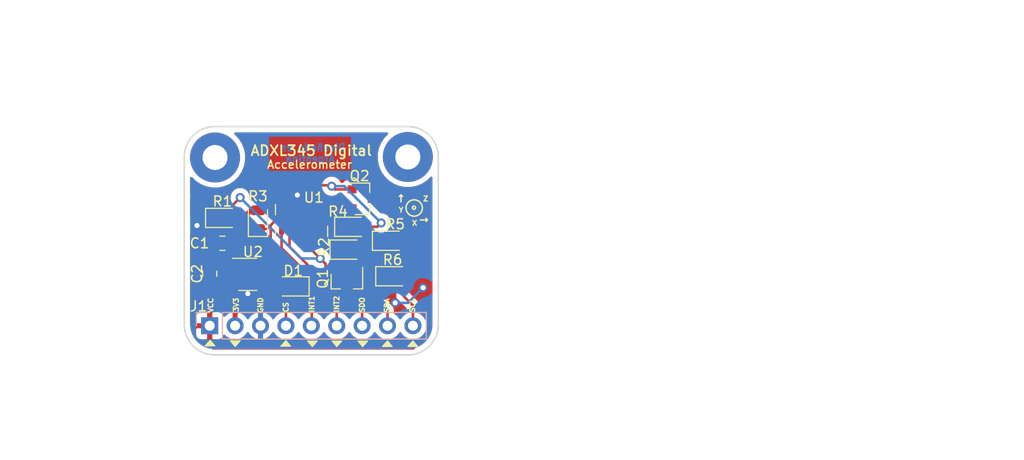
<source format=kicad_pcb>
(kicad_pcb (version 20171130) (host pcbnew "(5.1.6)-1")

  (general
    (thickness 1.6)
    (drawings 42)
    (tracks 149)
    (zones 0)
    (modules 18)
    (nets 17)
  )

  (page A4)
  (title_block
    (title "Réplica ADXL345 Digital Accelerometer")
    (date 2020-06-17)
    (rev 2.0)
    (company "Autor: Alberto Emanuel Yapura")
    (comment 1 https://creativecommons.org/licenses/by-sa/4.0/)
    (comment 2 "Revisor: Del Sancio Leonardo Daniel  / Diego Brengi")
    (comment 3 "Bajo Licencia Creative Commons Attribution Sharealike 4.0")
    (comment 4 "Módulo para el proyecto final - CESE 10Co 2020")
  )

  (layers
    (0 F.Cu signal)
    (31 B.Cu signal)
    (32 B.Adhes user)
    (33 F.Adhes user)
    (34 B.Paste user)
    (35 F.Paste user)
    (36 B.SilkS user)
    (37 F.SilkS user)
    (38 B.Mask user)
    (39 F.Mask user)
    (40 Dwgs.User user)
    (41 Cmts.User user)
    (42 Eco1.User user)
    (43 Eco2.User user)
    (44 Edge.Cuts user)
    (45 Margin user)
    (46 B.CrtYd user)
    (47 F.CrtYd user)
    (48 B.Fab user)
    (49 F.Fab user)
  )

  (setup
    (last_trace_width 0.5)
    (user_trace_width 0.5)
    (trace_clearance 0.4)
    (zone_clearance 0.508)
    (zone_45_only no)
    (trace_min 0.2)
    (via_size 0.8)
    (via_drill 0.4)
    (via_min_size 0.4)
    (via_min_drill 0.3)
    (user_via 0.8 0.5)
    (uvia_size 0.3)
    (uvia_drill 0.1)
    (uvias_allowed no)
    (uvia_min_size 0.2)
    (uvia_min_drill 0.1)
    (edge_width 0.05)
    (segment_width 0.2)
    (pcb_text_width 0.3)
    (pcb_text_size 1.5 1.5)
    (mod_edge_width 0.12)
    (mod_text_size 1 1)
    (mod_text_width 0.15)
    (pad_size 0.5 0.95)
    (pad_drill 0)
    (pad_to_mask_clearance 0.05)
    (aux_axis_origin 0 0)
    (visible_elements 7FFFFFFF)
    (pcbplotparams
      (layerselection 0x010fc_ffffffff)
      (usegerberextensions false)
      (usegerberattributes true)
      (usegerberadvancedattributes true)
      (creategerberjobfile true)
      (excludeedgelayer true)
      (linewidth 0.100000)
      (plotframeref false)
      (viasonmask false)
      (mode 1)
      (useauxorigin false)
      (hpglpennumber 1)
      (hpglpenspeed 20)
      (hpglpendiameter 15.000000)
      (psnegative false)
      (psa4output false)
      (plotreference true)
      (plotvalue true)
      (plotinvisibletext false)
      (padsonsilk false)
      (subtractmaskfromsilk false)
      (outputformat 1)
      (mirror false)
      (drillshape 1)
      (scaleselection 1)
      (outputdirectory ""))
  )

  (net 0 "")
  (net 1 +3V3)
  (net 2 GND)
  (net 3 "Net-(D1-Pad2)")
  (net 4 /INT1)
  (net 5 /INT2)
  (net 6 /SCL)
  (net 7 /CS)
  (net 8 "Net-(Q1-Pad2)")
  (net 9 /SDO)
  (net 10 /SDA)
  (net 11 VCC)
  (net 12 "Net-(Q2-Pad2)")
  (net 13 "Net-(U1-Pad3)")
  (net 14 "Net-(U1-Pad10)")
  (net 15 "Net-(U1-Pad11)")
  (net 16 "Net-(U2-Pad4)")

  (net_class Default "This is the default net class."
    (clearance 0.4)
    (trace_width 0.25)
    (via_dia 0.8)
    (via_drill 0.4)
    (uvia_dia 0.3)
    (uvia_drill 0.1)
    (add_net +3V3)
    (add_net /CS)
    (add_net /INT1)
    (add_net /INT2)
    (add_net /SCL)
    (add_net /SDA)
    (add_net /SDO)
    (add_net GND)
    (add_net "Net-(D1-Pad2)")
    (add_net "Net-(Q1-Pad2)")
    (add_net "Net-(Q2-Pad2)")
    (add_net "Net-(U1-Pad10)")
    (add_net "Net-(U1-Pad11)")
    (add_net "Net-(U1-Pad3)")
    (add_net "Net-(U2-Pad4)")
    (add_net VCC)
  )

  (net_class Alimentacion ""
    (clearance 0.4)
    (trace_width 1)
    (via_dia 1.8)
    (via_drill 1)
    (uvia_dia 0.5)
    (uvia_drill 0.1)
  )

  (module Package_LGA:LGA-14_3x5mm_P0.8mm_LayoutBorder1x6y (layer F.Cu) (tedit 5EFE7C31) (tstamp 5EFE956F)
    (at 143.042 90.678 270)
    (descr "LGA, 14 Pin (http://www.st.com/resource/en/datasheet/lsm303dlhc.pdf), generated with kicad-footprint-generator ipc_noLead_generator.py")
    (tags "LGA NoLead")
    (path /5EFD4DA3)
    (clearance 0.2)
    (attr smd)
    (fp_text reference U1 (at -2.286 -1.23) (layer F.SilkS)
      (effects (font (size 1 1) (thickness 0.15)))
    )
    (fp_text value ADXL345BCCZ (at 0 3.45 90) (layer F.Fab)
      (effects (font (size 1 1) (thickness 0.15)))
    )
    (fp_line (start 1.75 -2.75) (end -1.75 -2.75) (layer F.CrtYd) (width 0.05))
    (fp_line (start 1.75 2.75) (end 1.75 -2.75) (layer F.CrtYd) (width 0.05))
    (fp_line (start -1.75 2.75) (end 1.75 2.75) (layer F.CrtYd) (width 0.05))
    (fp_line (start -1.75 -2.75) (end -1.75 2.75) (layer F.CrtYd) (width 0.05))
    (fp_line (start -1.5 -1.75) (end -0.75 -2.5) (layer F.Fab) (width 0.1))
    (fp_line (start -1.5 2.5) (end -1.5 -1.75) (layer F.Fab) (width 0.1))
    (fp_line (start 1.5 2.5) (end -1.5 2.5) (layer F.Fab) (width 0.1))
    (fp_line (start 1.5 -2.5) (end 1.5 2.5) (layer F.Fab) (width 0.1))
    (fp_line (start -0.75 -2.5) (end 1.5 -2.5) (layer F.Fab) (width 0.1))
    (fp_line (start 0.56 2.61) (end 1.61 2.61) (layer F.SilkS) (width 0.12))
    (fp_line (start -0.56 2.61) (end -1.61 2.61) (layer F.SilkS) (width 0.12))
    (fp_line (start 0.56 -2.61) (end 1.61 -2.61) (layer F.SilkS) (width 0.12))
    (fp_text user %R (at 0 0 90) (layer F.Fab)
      (effects (font (size 0.75 0.75) (thickness 0.11)))
    )
    (pad 1 smd rect (at -1 -2 270) (size 0.813 0.5) (layers F.Cu F.Paste F.Mask)
      (net 1 +3V3))
    (pad 2 smd rect (at -1 -1.2 270) (size 0.813 0.5) (layers F.Cu F.Paste F.Mask)
      (net 2 GND))
    (pad 3 smd rect (at -1 -0.4 270) (size 0.813 0.5) (layers F.Cu F.Paste F.Mask)
      (net 13 "Net-(U1-Pad3)"))
    (pad 4 smd rect (at -1 0.4 270) (size 0.813 0.5) (layers F.Cu F.Paste F.Mask)
      (net 2 GND))
    (pad 5 smd rect (at -1 1.2 270) (size 0.813 0.5) (layers F.Cu F.Paste F.Mask)
      (net 2 GND))
    (pad 6 smd rect (at -1 2 270) (size 0.813 0.5) (layers F.Cu F.Paste F.Mask)
      (net 1 +3V3))
    (pad 7 smd rect (at 0 2 270) (size 0.5 0.813) (layers F.Cu F.Paste F.Mask)
      (net 3 "Net-(D1-Pad2)"))
    (pad 8 smd rect (at 1 2 270) (size 0.813 0.5) (layers F.Cu F.Paste F.Mask)
      (net 4 /INT1))
    (pad 9 smd rect (at 1 1.2 270) (size 0.813 0.5) (layers F.Cu F.Paste F.Mask)
      (net 5 /INT2))
    (pad 10 smd rect (at 1 0.4 270) (size 0.813 0.5) (layers F.Cu F.Paste F.Mask)
      (net 14 "Net-(U1-Pad10)"))
    (pad 11 smd rect (at 1 -0.4 270) (size 0.813 0.5) (layers F.Cu F.Paste F.Mask)
      (net 15 "Net-(U1-Pad11)"))
    (pad 12 smd rect (at 1 -1.2 270) (size 0.813 0.5) (layers F.Cu F.Paste F.Mask)
      (net 9 /SDO))
    (pad 13 smd rect (at 1 -2 270) (size 0.813 0.5) (layers F.Cu F.Paste F.Mask)
      (net 8 "Net-(Q1-Pad2)"))
    (pad 14 smd rect (at 0 -2 270) (size 0.5 0.813) (layers F.Cu F.Paste F.Mask)
      (net 12 "Net-(Q2-Pad2)"))
    (model ${KISYS3DMOD}/Package_LGA.3dshapes/LGA-14_3x5mm_P0.8mm_LayoutBorder1x6y.wrl
      (at (xyz 0 0 0))
      (scale (xyz 1 1 1))
      (rotate (xyz 0 0 0))
    )
  )

  (module Diode_SMD:D_0805_2012Metric (layer F.Cu) (tedit 5B36C52B) (tstamp 5EFE971F)
    (at 151.8135 92.71)
    (descr "Diode SMD 0805 (2012 Metric), square (rectangular) end terminal, IPC_7351 nominal, (Body size source: https://docs.google.com/spreadsheets/d/1BsfQQcO9C6DZCsRaXUlFlo91Tg2WpOkGARC1WS5S8t0/edit?usp=sharing), generated with kicad-footprint-generator")
    (tags diode)
    (path /5EE09E03)
    (attr smd)
    (fp_text reference R5 (at 0.5865 -1.651) (layer F.SilkS)
      (effects (font (size 1 1) (thickness 0.15)))
    )
    (fp_text value 10k (at 0 1.65) (layer F.Fab)
      (effects (font (size 1 1) (thickness 0.15)))
    )
    (fp_line (start 1 -0.6) (end -0.7 -0.6) (layer F.Fab) (width 0.1))
    (fp_line (start -0.7 -0.6) (end -1 -0.3) (layer F.Fab) (width 0.1))
    (fp_line (start -1 -0.3) (end -1 0.6) (layer F.Fab) (width 0.1))
    (fp_line (start -1 0.6) (end 1 0.6) (layer F.Fab) (width 0.1))
    (fp_line (start 1 0.6) (end 1 -0.6) (layer F.Fab) (width 0.1))
    (fp_line (start 1 -0.96) (end -1.685 -0.96) (layer F.SilkS) (width 0.12))
    (fp_line (start -1.685 -0.96) (end -1.685 0.96) (layer F.SilkS) (width 0.12))
    (fp_line (start -1.685 0.96) (end 1 0.96) (layer F.SilkS) (width 0.12))
    (fp_line (start -1.68 0.95) (end -1.68 -0.95) (layer F.CrtYd) (width 0.05))
    (fp_line (start -1.68 -0.95) (end 1.68 -0.95) (layer F.CrtYd) (width 0.05))
    (fp_line (start 1.68 -0.95) (end 1.68 0.95) (layer F.CrtYd) (width 0.05))
    (fp_line (start 1.68 0.95) (end -1.68 0.95) (layer F.CrtYd) (width 0.05))
    (fp_text user %R (at 0 0) (layer F.Fab)
      (effects (font (size 0.5 0.5) (thickness 0.08)))
    )
    (pad 1 smd roundrect (at -0.9375 0) (size 0.975 1.4) (layers F.Cu F.Paste F.Mask) (roundrect_rratio 0.25)
      (net 10 /SDA))
    (pad 2 smd roundrect (at 0.9375 0) (size 0.975 1.4) (layers F.Cu F.Paste F.Mask) (roundrect_rratio 0.25)
      (net 11 VCC))
    (model ${KISYS3DMOD}/Diode_SMD.3dshapes/D_0805_2012Metric.wrl
      (at (xyz 0 0 0))
      (scale (xyz 1 1 1))
      (rotate (xyz 0 0 0))
    )
  )

  (module Connector_PinHeader_2.54mm:PinHeader_1x09_P2.54mm_Vertical (layer B.Cu) (tedit 59FED5CC) (tstamp 5EFE966F)
    (at 133.858 101.219 270)
    (descr "Through hole straight pin header, 1x09, 2.54mm pitch, single row")
    (tags "Through hole pin header THT 1x09 2.54mm single row")
    (path /5EDD918D)
    (fp_text reference J1 (at -1.946 1.1176) (layer F.SilkS)
      (effects (font (size 1 1) (thickness 0.15)))
    )
    (fp_text value Conn_01x09 (at 0 -22.65 270) (layer B.Fab)
      (effects (font (size 1 1) (thickness 0.15)) (justify mirror))
    )
    (fp_line (start -0.635 1.27) (end 1.27 1.27) (layer B.Fab) (width 0.1))
    (fp_line (start 1.27 1.27) (end 1.27 -21.59) (layer B.Fab) (width 0.1))
    (fp_line (start 1.27 -21.59) (end -1.27 -21.59) (layer B.Fab) (width 0.1))
    (fp_line (start -1.27 -21.59) (end -1.27 0.635) (layer B.Fab) (width 0.1))
    (fp_line (start -1.27 0.635) (end -0.635 1.27) (layer B.Fab) (width 0.1))
    (fp_line (start -1.33 -21.65) (end 1.33 -21.65) (layer B.SilkS) (width 0.12))
    (fp_line (start -1.33 -1.27) (end -1.33 -21.65) (layer B.SilkS) (width 0.12))
    (fp_line (start 1.33 -1.27) (end 1.33 -21.65) (layer B.SilkS) (width 0.12))
    (fp_line (start -1.33 -1.27) (end 1.33 -1.27) (layer B.SilkS) (width 0.12))
    (fp_line (start -1.33 0) (end -1.33 1.33) (layer B.SilkS) (width 0.12))
    (fp_line (start -1.33 1.33) (end 0 1.33) (layer B.SilkS) (width 0.12))
    (fp_line (start -1.8 1.8) (end -1.8 -22.1) (layer B.CrtYd) (width 0.05))
    (fp_line (start -1.8 -22.1) (end 1.8 -22.1) (layer B.CrtYd) (width 0.05))
    (fp_line (start 1.8 -22.1) (end 1.8 1.8) (layer B.CrtYd) (width 0.05))
    (fp_line (start 1.8 1.8) (end -1.8 1.8) (layer B.CrtYd) (width 0.05))
    (fp_text user %R (at 0 -10.16) (layer B.Fab)
      (effects (font (size 1 1) (thickness 0.15)) (justify mirror))
    )
    (pad 1 thru_hole rect (at 0 0 270) (size 1.7 1.7) (drill 1) (layers *.Cu *.Mask)
      (net 11 VCC))
    (pad 2 thru_hole oval (at 0 -2.54 270) (size 1.7 1.7) (drill 1) (layers *.Cu *.Mask)
      (net 1 +3V3))
    (pad 3 thru_hole oval (at 0 -5.08 270) (size 1.7 1.7) (drill 1) (layers *.Cu *.Mask)
      (net 2 GND))
    (pad 4 thru_hole oval (at 0 -7.62 270) (size 1.7 1.7) (drill 1) (layers *.Cu *.Mask)
      (net 7 /CS))
    (pad 5 thru_hole oval (at 0 -10.16 270) (size 1.7 1.7) (drill 1) (layers *.Cu *.Mask)
      (net 4 /INT1))
    (pad 6 thru_hole oval (at 0 -12.7 270) (size 1.7 1.7) (drill 1) (layers *.Cu *.Mask)
      (net 5 /INT2))
    (pad 7 thru_hole oval (at 0 -15.24 270) (size 1.7 1.7) (drill 1) (layers *.Cu *.Mask)
      (net 9 /SDO))
    (pad 8 thru_hole oval (at 0 -17.78 270) (size 1.7 1.7) (drill 1) (layers *.Cu *.Mask)
      (net 10 /SDA))
    (pad 9 thru_hole oval (at 0 -20.32 270) (size 1.7 1.7) (drill 1) (layers *.Cu *.Mask)
      (net 6 /SCL))
    (model ${KISYS3DMOD}/Connector_PinHeader_2.54mm.3dshapes/PinHeader_1x09_P2.54mm_Vertical.wrl
      (at (xyz 0 0 0))
      (scale (xyz 1 1 1))
      (rotate (xyz 0 0 0))
    )
  )

  (module Package_TO_SOT_SMD:SOT-23 (layer F.Cu) (tedit 5A02FF57) (tstamp 5EFE9442)
    (at 149.098 88.519)
    (descr "SOT-23, Standard")
    (tags SOT-23)
    (path /5EE0BC28)
    (attr smd)
    (fp_text reference Q2 (at -0.254 -2.286 180) (layer F.SilkS)
      (effects (font (size 1 1) (thickness 0.15)))
    )
    (fp_text value BSS138 (at 0 2.5) (layer F.Fab)
      (effects (font (size 1 1) (thickness 0.15)))
    )
    (fp_line (start 0.76 1.58) (end -0.7 1.58) (layer F.SilkS) (width 0.12))
    (fp_line (start 0.76 -1.58) (end -1.4 -1.58) (layer F.SilkS) (width 0.12))
    (fp_line (start -1.7 1.75) (end -1.7 -1.75) (layer F.CrtYd) (width 0.05))
    (fp_line (start 1.7 1.75) (end -1.7 1.75) (layer F.CrtYd) (width 0.05))
    (fp_line (start 1.7 -1.75) (end 1.7 1.75) (layer F.CrtYd) (width 0.05))
    (fp_line (start -1.7 -1.75) (end 1.7 -1.75) (layer F.CrtYd) (width 0.05))
    (fp_line (start 0.76 -1.58) (end 0.76 -0.65) (layer F.SilkS) (width 0.12))
    (fp_line (start 0.76 1.58) (end 0.76 0.65) (layer F.SilkS) (width 0.12))
    (fp_line (start -0.7 1.52) (end 0.7 1.52) (layer F.Fab) (width 0.1))
    (fp_line (start 0.7 -1.52) (end 0.7 1.52) (layer F.Fab) (width 0.1))
    (fp_line (start -0.7 -0.95) (end -0.15 -1.52) (layer F.Fab) (width 0.1))
    (fp_line (start -0.15 -1.52) (end 0.7 -1.52) (layer F.Fab) (width 0.1))
    (fp_line (start -0.7 -0.95) (end -0.7 1.5) (layer F.Fab) (width 0.1))
    (fp_text user %R (at 0 0 90) (layer F.Fab)
      (effects (font (size 0.5 0.5) (thickness 0.075)))
    )
    (pad 3 smd rect (at 1 0) (size 0.9 0.8) (layers F.Cu F.Paste F.Mask)
      (net 6 /SCL))
    (pad 2 smd rect (at -1 0.95) (size 0.9 0.8) (layers F.Cu F.Paste F.Mask)
      (net 12 "Net-(Q2-Pad2)"))
    (pad 1 smd rect (at -1 -0.95) (size 0.9 0.8) (layers F.Cu F.Paste F.Mask)
      (net 1 +3V3))
    (model ${KISYS3DMOD}/Package_TO_SOT_SMD.3dshapes/SOT-23.wrl
      (at (xyz 0 0 0))
      (scale (xyz 1 1 1))
      (rotate (xyz 0 0 0))
    )
  )

  (module Diode_SMD:D_0805_2012Metric (layer F.Cu) (tedit 5B36C52B) (tstamp 5EFE947C)
    (at 135.128 90.424)
    (descr "Diode SMD 0805 (2012 Metric), square (rectangular) end terminal, IPC_7351 nominal, (Body size source: https://docs.google.com/spreadsheets/d/1BsfQQcO9C6DZCsRaXUlFlo91Tg2WpOkGARC1WS5S8t0/edit?usp=sharing), generated with kicad-footprint-generator")
    (tags diode)
    (path /5EE01666)
    (attr smd)
    (fp_text reference R1 (at 0 -1.65) (layer F.SilkS)
      (effects (font (size 1 1) (thickness 0.15)))
    )
    (fp_text value 10k (at 0 1.65) (layer F.Fab)
      (effects (font (size 1 1) (thickness 0.15)))
    )
    (fp_line (start 1 -0.6) (end -0.7 -0.6) (layer F.Fab) (width 0.1))
    (fp_line (start -0.7 -0.6) (end -1 -0.3) (layer F.Fab) (width 0.1))
    (fp_line (start -1 -0.3) (end -1 0.6) (layer F.Fab) (width 0.1))
    (fp_line (start -1 0.6) (end 1 0.6) (layer F.Fab) (width 0.1))
    (fp_line (start 1 0.6) (end 1 -0.6) (layer F.Fab) (width 0.1))
    (fp_line (start 1 -0.96) (end -1.685 -0.96) (layer F.SilkS) (width 0.12))
    (fp_line (start -1.685 -0.96) (end -1.685 0.96) (layer F.SilkS) (width 0.12))
    (fp_line (start -1.685 0.96) (end 1 0.96) (layer F.SilkS) (width 0.12))
    (fp_line (start -1.68 0.95) (end -1.68 -0.95) (layer F.CrtYd) (width 0.05))
    (fp_line (start -1.68 -0.95) (end 1.68 -0.95) (layer F.CrtYd) (width 0.05))
    (fp_line (start 1.68 -0.95) (end 1.68 0.95) (layer F.CrtYd) (width 0.05))
    (fp_line (start 1.68 0.95) (end -1.68 0.95) (layer F.CrtYd) (width 0.05))
    (fp_text user %R (at 0 0) (layer F.Fab)
      (effects (font (size 0.5 0.5) (thickness 0.08)))
    )
    (pad 1 smd roundrect (at -0.9375 0) (size 0.975 1.4) (layers F.Cu F.Paste F.Mask) (roundrect_rratio 0.25)
      (net 2 GND))
    (pad 2 smd roundrect (at 0.9375 0) (size 0.975 1.4) (layers F.Cu F.Paste F.Mask) (roundrect_rratio 0.25)
      (net 9 /SDO))
    (model ${KISYS3DMOD}/Diode_SMD.3dshapes/D_0805_2012Metric.wrl
      (at (xyz 0 0 0))
      (scale (xyz 1 1 1))
      (rotate (xyz 0 0 0))
    )
  )

  (module Diode_SMD:D_0805_2012Metric (layer F.Cu) (tedit 5B36C52B) (tstamp 5EFE95BD)
    (at 152.146 96.266)
    (descr "Diode SMD 0805 (2012 Metric), square (rectangular) end terminal, IPC_7351 nominal, (Body size source: https://docs.google.com/spreadsheets/d/1BsfQQcO9C6DZCsRaXUlFlo91Tg2WpOkGARC1WS5S8t0/edit?usp=sharing), generated with kicad-footprint-generator")
    (tags diode)
    (path /5EEDB166)
    (attr smd)
    (fp_text reference R6 (at 0 -1.65) (layer F.SilkS)
      (effects (font (size 1 1) (thickness 0.15)))
    )
    (fp_text value 10k (at 0 1.65) (layer F.Fab)
      (effects (font (size 1 1) (thickness 0.15)))
    )
    (fp_line (start 1.68 0.95) (end -1.68 0.95) (layer F.CrtYd) (width 0.05))
    (fp_line (start 1.68 -0.95) (end 1.68 0.95) (layer F.CrtYd) (width 0.05))
    (fp_line (start -1.68 -0.95) (end 1.68 -0.95) (layer F.CrtYd) (width 0.05))
    (fp_line (start -1.68 0.95) (end -1.68 -0.95) (layer F.CrtYd) (width 0.05))
    (fp_line (start -1.685 0.96) (end 1 0.96) (layer F.SilkS) (width 0.12))
    (fp_line (start -1.685 -0.96) (end -1.685 0.96) (layer F.SilkS) (width 0.12))
    (fp_line (start 1 -0.96) (end -1.685 -0.96) (layer F.SilkS) (width 0.12))
    (fp_line (start 1 0.6) (end 1 -0.6) (layer F.Fab) (width 0.1))
    (fp_line (start -1 0.6) (end 1 0.6) (layer F.Fab) (width 0.1))
    (fp_line (start -1 -0.3) (end -1 0.6) (layer F.Fab) (width 0.1))
    (fp_line (start -0.7 -0.6) (end -1 -0.3) (layer F.Fab) (width 0.1))
    (fp_line (start 1 -0.6) (end -0.7 -0.6) (layer F.Fab) (width 0.1))
    (fp_text user %R (at 0 0) (layer F.Fab)
      (effects (font (size 0.5 0.5) (thickness 0.08)))
    )
    (pad 2 smd roundrect (at 0.9375 0) (size 0.975 1.4) (layers F.Cu F.Paste F.Mask) (roundrect_rratio 0.25)
      (net 6 /SCL))
    (pad 1 smd roundrect (at -0.9375 0) (size 0.975 1.4) (layers F.Cu F.Paste F.Mask) (roundrect_rratio 0.25)
      (net 11 VCC))
    (model ${KISYS3DMOD}/Diode_SMD.3dshapes/D_0805_2012Metric.wrl
      (at (xyz 0 0 0))
      (scale (xyz 1 1 1))
      (rotate (xyz 0 0 0))
    )
  )

  (module MountingHole:MountingHole_2.5mm_Pad (layer F.Cu) (tedit 56D1B4CB) (tstamp 5EFE9543)
    (at 134.3914 84.3788)
    (descr "Mounting Hole 2.5mm")
    (tags "mounting hole 2.5mm")
    (path /5EE06BBE)
    (attr virtual)
    (fp_text reference H1 (at -0.0762 -0.127) (layer F.SilkS) hide
      (effects (font (size 1 1) (thickness 0.15)))
    )
    (fp_text value MountingHole (at 0 3.5) (layer F.Fab)
      (effects (font (size 1 1) (thickness 0.15)))
    )
    (fp_circle (center 0 0) (end 2.5 0) (layer Cmts.User) (width 0.15))
    (fp_circle (center 0 0) (end 2.75 0) (layer F.CrtYd) (width 0.05))
    (fp_text user %R (at 0.3 0) (layer F.Fab)
      (effects (font (size 1 1) (thickness 0.15)))
    )
    (pad 1 thru_hole circle (at 0 0) (size 5 5) (drill 2.5) (layers *.Cu *.Mask))
  )

  (module MountingHole:MountingHole_2.5mm_Pad (layer F.Cu) (tedit 56D1B4CB) (tstamp 5EFE9420)
    (at 153.67 84.328)
    (descr "Mounting Hole 2.5mm")
    (tags "mounting hole 2.5mm")
    (path /5EE07071)
    (attr virtual)
    (fp_text reference H2 (at -0.0254 -0.0508) (layer F.SilkS) hide
      (effects (font (size 1 1) (thickness 0.15)))
    )
    (fp_text value MountingHole (at 0 3.5) (layer F.Fab)
      (effects (font (size 1 1) (thickness 0.15)))
    )
    (fp_circle (center 0 0) (end 2.5 0) (layer Cmts.User) (width 0.15))
    (fp_circle (center 0 0) (end 2.75 0) (layer F.CrtYd) (width 0.05))
    (fp_text user %R (at 0.3 0) (layer F.Fab)
      (effects (font (size 1 1) (thickness 0.15)))
    )
    (pad 1 thru_hole circle (at 0 0) (size 5 5) (drill 2.5) (layers *.Cu *.Mask))
  )

  (module Capacitor_SMD:C_0805_2012Metric (layer F.Cu) (tedit 5B36C52B) (tstamp 5EFE96ED)
    (at 133.858 96.012 90)
    (descr "Capacitor SMD 0805 (2012 Metric), square (rectangular) end terminal, IPC_7351 nominal, (Body size source: https://docs.google.com/spreadsheets/d/1BsfQQcO9C6DZCsRaXUlFlo91Tg2WpOkGARC1WS5S8t0/edit?usp=sharing), generated with kicad-footprint-generator")
    (tags capacitor)
    (path /5EE737D8)
    (attr smd)
    (fp_text reference C2 (at 0 -1.27 90) (layer F.SilkS)
      (effects (font (size 1 1) (thickness 0.15)))
    )
    (fp_text value 10uF (at 0 1.65 90) (layer F.Fab)
      (effects (font (size 1 1) (thickness 0.15)))
    )
    (fp_line (start 1.68 0.95) (end -1.68 0.95) (layer F.CrtYd) (width 0.05))
    (fp_line (start 1.68 -0.95) (end 1.68 0.95) (layer F.CrtYd) (width 0.05))
    (fp_line (start -1.68 -0.95) (end 1.68 -0.95) (layer F.CrtYd) (width 0.05))
    (fp_line (start -1.68 0.95) (end -1.68 -0.95) (layer F.CrtYd) (width 0.05))
    (fp_line (start -0.258578 0.71) (end 0.258578 0.71) (layer F.SilkS) (width 0.12))
    (fp_line (start -0.258578 -0.71) (end 0.258578 -0.71) (layer F.SilkS) (width 0.12))
    (fp_line (start 1 0.6) (end -1 0.6) (layer F.Fab) (width 0.1))
    (fp_line (start 1 -0.6) (end 1 0.6) (layer F.Fab) (width 0.1))
    (fp_line (start -1 -0.6) (end 1 -0.6) (layer F.Fab) (width 0.1))
    (fp_line (start -1 0.6) (end -1 -0.6) (layer F.Fab) (width 0.1))
    (fp_text user %R (at 0 0 90) (layer F.Fab)
      (effects (font (size 0.5 0.5) (thickness 0.08)))
    )
    (pad 2 smd roundrect (at 0.9375 0 90) (size 0.975 1.4) (layers F.Cu F.Paste F.Mask) (roundrect_rratio 0.25)
      (net 2 GND))
    (pad 1 smd roundrect (at -0.9375 0 90) (size 0.975 1.4) (layers F.Cu F.Paste F.Mask) (roundrect_rratio 0.25)
      (net 11 VCC))
    (model ${KISYS3DMOD}/Capacitor_SMD.3dshapes/C_0805_2012Metric.wrl
      (at (xyz 0 0 0))
      (scale (xyz 1 1 1))
      (rotate (xyz 0 0 0))
    )
  )

  (module Diode_SMD:D_0805_2012Metric (layer F.Cu) (tedit 5B36C52B) (tstamp 5EFE93F5)
    (at 142.113 97.282 180)
    (descr "Diode SMD 0805 (2012 Metric), square (rectangular) end terminal, IPC_7351 nominal, (Body size source: https://docs.google.com/spreadsheets/d/1BsfQQcO9C6DZCsRaXUlFlo91Tg2WpOkGARC1WS5S8t0/edit?usp=sharing), generated with kicad-footprint-generator")
    (tags diode)
    (path /5EE86E89)
    (attr smd)
    (fp_text reference D1 (at -0.1025 1.56 180) (layer F.SilkS)
      (effects (font (size 1 1) (thickness 0.15)))
    )
    (fp_text value 1N4148 (at 0 1.65) (layer F.Fab)
      (effects (font (size 1 1) (thickness 0.15)))
    )
    (fp_line (start 1 -0.6) (end -0.7 -0.6) (layer F.Fab) (width 0.1))
    (fp_line (start -0.7 -0.6) (end -1 -0.3) (layer F.Fab) (width 0.1))
    (fp_line (start -1 -0.3) (end -1 0.6) (layer F.Fab) (width 0.1))
    (fp_line (start -1 0.6) (end 1 0.6) (layer F.Fab) (width 0.1))
    (fp_line (start 1 0.6) (end 1 -0.6) (layer F.Fab) (width 0.1))
    (fp_line (start 1 -0.96) (end -1.685 -0.96) (layer F.SilkS) (width 0.12))
    (fp_line (start -1.685 -0.96) (end -1.685 0.96) (layer F.SilkS) (width 0.12))
    (fp_line (start -1.685 0.96) (end 1 0.96) (layer F.SilkS) (width 0.12))
    (fp_line (start -1.68 0.95) (end -1.68 -0.95) (layer F.CrtYd) (width 0.05))
    (fp_line (start -1.68 -0.95) (end 1.68 -0.95) (layer F.CrtYd) (width 0.05))
    (fp_line (start 1.68 -0.95) (end 1.68 0.95) (layer F.CrtYd) (width 0.05))
    (fp_line (start 1.68 0.95) (end -1.68 0.95) (layer F.CrtYd) (width 0.05))
    (fp_text user %R (at 0 0) (layer F.Fab)
      (effects (font (size 0.5 0.5) (thickness 0.08)))
    )
    (pad 1 smd roundrect (at -0.9375 0 180) (size 0.975 1.4) (layers F.Cu F.Paste F.Mask) (roundrect_rratio 0.25)
      (net 7 /CS))
    (pad 2 smd roundrect (at 0.9375 0 180) (size 0.975 1.4) (layers F.Cu F.Paste F.Mask) (roundrect_rratio 0.25)
      (net 3 "Net-(D1-Pad2)"))
    (model ${KISYS3DMOD}/Diode_SMD.3dshapes/D_0805_2012Metric.wrl
      (at (xyz 0 0 0))
      (scale (xyz 1 1 1))
      (rotate (xyz 0 0 0))
    )
  )

  (module Package_TO_SOT_SMD:SOT-23 (layer F.Cu) (tedit 5A02FF57) (tstamp 5EFE962B)
    (at 147.574 96.774 270)
    (descr "SOT-23, Standard")
    (tags SOT-23)
    (path /5EE0A3AB)
    (attr smd)
    (fp_text reference Q1 (at -0.254 2.413 90) (layer F.SilkS)
      (effects (font (size 1 1) (thickness 0.15)))
    )
    (fp_text value BSS138 (at 0 2.5 90) (layer F.Fab)
      (effects (font (size 1 1) (thickness 0.15)))
    )
    (fp_line (start 0.76 1.58) (end -0.7 1.58) (layer F.SilkS) (width 0.12))
    (fp_line (start 0.76 -1.58) (end -1.4 -1.58) (layer F.SilkS) (width 0.12))
    (fp_line (start -1.7 1.75) (end -1.7 -1.75) (layer F.CrtYd) (width 0.05))
    (fp_line (start 1.7 1.75) (end -1.7 1.75) (layer F.CrtYd) (width 0.05))
    (fp_line (start 1.7 -1.75) (end 1.7 1.75) (layer F.CrtYd) (width 0.05))
    (fp_line (start -1.7 -1.75) (end 1.7 -1.75) (layer F.CrtYd) (width 0.05))
    (fp_line (start 0.76 -1.58) (end 0.76 -0.65) (layer F.SilkS) (width 0.12))
    (fp_line (start 0.76 1.58) (end 0.76 0.65) (layer F.SilkS) (width 0.12))
    (fp_line (start -0.7 1.52) (end 0.7 1.52) (layer F.Fab) (width 0.1))
    (fp_line (start 0.7 -1.52) (end 0.7 1.52) (layer F.Fab) (width 0.1))
    (fp_line (start -0.7 -0.95) (end -0.15 -1.52) (layer F.Fab) (width 0.1))
    (fp_line (start -0.15 -1.52) (end 0.7 -1.52) (layer F.Fab) (width 0.1))
    (fp_line (start -0.7 -0.95) (end -0.7 1.5) (layer F.Fab) (width 0.1))
    (fp_text user %R (at 0 0) (layer F.Fab)
      (effects (font (size 0.5 0.5) (thickness 0.075)))
    )
    (pad 3 smd rect (at 1 0 270) (size 0.9 0.8) (layers F.Cu F.Paste F.Mask)
      (net 10 /SDA))
    (pad 2 smd rect (at -1 0.95 270) (size 0.9 0.8) (layers F.Cu F.Paste F.Mask)
      (net 8 "Net-(Q1-Pad2)"))
    (pad 1 smd rect (at -1 -0.95 270) (size 0.9 0.8) (layers F.Cu F.Paste F.Mask)
      (net 1 +3V3))
    (model ${KISYS3DMOD}/Package_TO_SOT_SMD.3dshapes/SOT-23.wrl
      (at (xyz 0 0 0))
      (scale (xyz 1 1 1))
      (rotate (xyz 0 0 0))
    )
  )

  (module Package_TO_SOT_SMD:SOT-23-5 (layer F.Cu) (tedit 5A02FF57) (tstamp 5EFE9514)
    (at 137.668 96.078)
    (descr "5-pin SOT23 package")
    (tags SOT-23-5)
    (path /5EE41F79)
    (clearance 0.2)
    (attr smd)
    (fp_text reference U2 (at 0.508 -2.25 180) (layer F.SilkS)
      (effects (font (size 1 1) (thickness 0.15)))
    )
    (fp_text value AP2112K-3.3 (at 0 2.9) (layer F.Fab)
      (effects (font (size 1 1) (thickness 0.15)))
    )
    (fp_line (start -0.9 1.61) (end 0.9 1.61) (layer F.SilkS) (width 0.12))
    (fp_line (start 0.9 -1.61) (end -1.55 -1.61) (layer F.SilkS) (width 0.12))
    (fp_line (start -1.9 -1.8) (end 1.9 -1.8) (layer F.CrtYd) (width 0.05))
    (fp_line (start 1.9 -1.8) (end 1.9 1.8) (layer F.CrtYd) (width 0.05))
    (fp_line (start 1.9 1.8) (end -1.9 1.8) (layer F.CrtYd) (width 0.05))
    (fp_line (start -1.9 1.8) (end -1.9 -1.8) (layer F.CrtYd) (width 0.05))
    (fp_line (start -0.9 -0.9) (end -0.25 -1.55) (layer F.Fab) (width 0.1))
    (fp_line (start 0.9 -1.55) (end -0.25 -1.55) (layer F.Fab) (width 0.1))
    (fp_line (start -0.9 -0.9) (end -0.9 1.55) (layer F.Fab) (width 0.1))
    (fp_line (start 0.9 1.55) (end -0.9 1.55) (layer F.Fab) (width 0.1))
    (fp_line (start 0.9 -1.55) (end 0.9 1.55) (layer F.Fab) (width 0.1))
    (fp_text user %R (at 0 0 90) (layer F.Fab)
      (effects (font (size 0.5 0.5) (thickness 0.075)))
    )
    (pad 1 smd rect (at -1.1 -0.95) (size 1.06 0.65) (layers F.Cu F.Paste F.Mask)
      (net 11 VCC))
    (pad 2 smd rect (at -1.1 0) (size 1.06 0.65) (layers F.Cu F.Paste F.Mask)
      (net 2 GND))
    (pad 3 smd rect (at -1.1 0.95) (size 1.06 0.65) (layers F.Cu F.Paste F.Mask)
      (net 11 VCC))
    (pad 4 smd rect (at 1.1 0.95) (size 1.06 0.65) (layers F.Cu F.Paste F.Mask)
      (net 16 "Net-(U2-Pad4)"))
    (pad 5 smd rect (at 1.1 -0.95) (size 1.06 0.65) (layers F.Cu F.Paste F.Mask)
      (net 1 +3V3))
    (model ${KISYS3DMOD}/Package_TO_SOT_SMD.3dshapes/SOT-23-5.wrl
      (at (xyz 0 0 0))
      (scale (xyz 1 1 1))
      (rotate (xyz 0 0 0))
    )
  )

  (module Fiducial:Fiducial_0.5mm_Mask1.5mm (layer F.Cu) (tedit 5C18D139) (tstamp 5EFE94F2)
    (at 132.842 88.265)
    (descr "Circular Fiducial, 0.5mm bare copper, 1.5mm soldermask opening")
    (tags fiducial)
    (path /5EF89AD5)
    (attr smd)
    (fp_text reference FID1 (at 0 -1.7145) (layer F.SilkS) hide
      (effects (font (size 1 1) (thickness 0.15)))
    )
    (fp_text value Fiducial (at 0 1.7145) (layer F.Fab)
      (effects (font (size 1 1) (thickness 0.15)))
    )
    (fp_circle (center 0 0) (end 1 0) (layer F.CrtYd) (width 0.05))
    (fp_circle (center 0 0) (end 0.75 0) (layer F.Fab) (width 0.1))
    (fp_text user %R (at 0 0) (layer F.Fab)
      (effects (font (size 0.2 0.2) (thickness 0.04)))
    )
    (pad "" smd circle (at 0 0) (size 0.5 0.5) (layers F.Cu F.Mask)
      (solder_mask_margin 0.5) (clearance 0.5))
  )

  (module Fiducial:Fiducial_0.5mm_Mask1.5mm (layer F.Cu) (tedit 5C18D139) (tstamp 5EFE94DD)
    (at 154.94 93.599)
    (descr "Circular Fiducial, 0.5mm bare copper, 1.5mm soldermask opening")
    (tags fiducial)
    (path /5EF8A533)
    (attr smd)
    (fp_text reference FID2 (at 0 -1.7145) (layer F.SilkS) hide
      (effects (font (size 1 1) (thickness 0.15)))
    )
    (fp_text value Fiducial (at 0 1.7145) (layer F.Fab)
      (effects (font (size 1 1) (thickness 0.15)))
    )
    (fp_circle (center 0 0) (end 0.75 0) (layer F.Fab) (width 0.1))
    (fp_circle (center 0 0) (end 1 0) (layer F.CrtYd) (width 0.05))
    (fp_text user %R (at 0 0) (layer F.Fab)
      (effects (font (size 0.2 0.2) (thickness 0.04)))
    )
    (pad "" smd circle (at 0 0) (size 0.5 0.5) (layers F.Cu F.Mask)
      (solder_mask_margin 0.5) (clearance 0.5))
  )

  (module Diode_SMD:D_0805_2012Metric (layer F.Cu) (tedit 5B36C52B) (tstamp 5EFE96B9)
    (at 147.574 93.599)
    (descr "Diode SMD 0805 (2012 Metric), square (rectangular) end terminal, IPC_7351 nominal, (Body size source: https://docs.google.com/spreadsheets/d/1BsfQQcO9C6DZCsRaXUlFlo91Tg2WpOkGARC1WS5S8t0/edit?usp=sharing), generated with kicad-footprint-generator")
    (tags diode)
    (path /5EE09550)
    (attr smd)
    (fp_text reference R2 (at -2.286 -0.254 90) (layer F.SilkS)
      (effects (font (size 1 1) (thickness 0.15)))
    )
    (fp_text value 10k (at 0 1.65) (layer F.Fab)
      (effects (font (size 1 1) (thickness 0.15)))
    )
    (fp_line (start 1.68 0.95) (end -1.68 0.95) (layer F.CrtYd) (width 0.05))
    (fp_line (start 1.68 -0.95) (end 1.68 0.95) (layer F.CrtYd) (width 0.05))
    (fp_line (start -1.68 -0.95) (end 1.68 -0.95) (layer F.CrtYd) (width 0.05))
    (fp_line (start -1.68 0.95) (end -1.68 -0.95) (layer F.CrtYd) (width 0.05))
    (fp_line (start -1.685 0.96) (end 1 0.96) (layer F.SilkS) (width 0.12))
    (fp_line (start -1.685 -0.96) (end -1.685 0.96) (layer F.SilkS) (width 0.12))
    (fp_line (start 1 -0.96) (end -1.685 -0.96) (layer F.SilkS) (width 0.12))
    (fp_line (start 1 0.6) (end 1 -0.6) (layer F.Fab) (width 0.1))
    (fp_line (start -1 0.6) (end 1 0.6) (layer F.Fab) (width 0.1))
    (fp_line (start -1 -0.3) (end -1 0.6) (layer F.Fab) (width 0.1))
    (fp_line (start -0.7 -0.6) (end -1 -0.3) (layer F.Fab) (width 0.1))
    (fp_line (start 1 -0.6) (end -0.7 -0.6) (layer F.Fab) (width 0.1))
    (fp_text user %R (at 0 0) (layer F.Fab)
      (effects (font (size 0.5 0.5) (thickness 0.08)))
    )
    (pad 2 smd roundrect (at 0.9375 0) (size 0.975 1.4) (layers F.Cu F.Paste F.Mask) (roundrect_rratio 0.25)
      (net 1 +3V3))
    (pad 1 smd roundrect (at -0.9375 0) (size 0.975 1.4) (layers F.Cu F.Paste F.Mask) (roundrect_rratio 0.25)
      (net 8 "Net-(Q1-Pad2)"))
    (model ${KISYS3DMOD}/Diode_SMD.3dshapes/D_0805_2012Metric.wrl
      (at (xyz 0 0 0))
      (scale (xyz 1 1 1))
      (rotate (xyz 0 0 0))
    )
  )

  (module Diode_SMD:D_0805_2012Metric (layer F.Cu) (tedit 5B36C52B) (tstamp 5EFE94B2)
    (at 138.684 90.5995 90)
    (descr "Diode SMD 0805 (2012 Metric), square (rectangular) end terminal, IPC_7351 nominal, (Body size source: https://docs.google.com/spreadsheets/d/1BsfQQcO9C6DZCsRaXUlFlo91Tg2WpOkGARC1WS5S8t0/edit?usp=sharing), generated with kicad-footprint-generator")
    (tags diode)
    (path /5EE097BD)
    (attr smd)
    (fp_text reference R3 (at 2.3345 0 180) (layer F.SilkS)
      (effects (font (size 1 1) (thickness 0.15)))
    )
    (fp_text value 10k (at 0 1.65 90) (layer F.Fab)
      (effects (font (size 1 1) (thickness 0.15)))
    )
    (fp_line (start 1.68 0.95) (end -1.68 0.95) (layer F.CrtYd) (width 0.05))
    (fp_line (start 1.68 -0.95) (end 1.68 0.95) (layer F.CrtYd) (width 0.05))
    (fp_line (start -1.68 -0.95) (end 1.68 -0.95) (layer F.CrtYd) (width 0.05))
    (fp_line (start -1.68 0.95) (end -1.68 -0.95) (layer F.CrtYd) (width 0.05))
    (fp_line (start -1.685 0.96) (end 1 0.96) (layer F.SilkS) (width 0.12))
    (fp_line (start -1.685 -0.96) (end -1.685 0.96) (layer F.SilkS) (width 0.12))
    (fp_line (start 1 -0.96) (end -1.685 -0.96) (layer F.SilkS) (width 0.12))
    (fp_line (start 1 0.6) (end 1 -0.6) (layer F.Fab) (width 0.1))
    (fp_line (start -1 0.6) (end 1 0.6) (layer F.Fab) (width 0.1))
    (fp_line (start -1 -0.3) (end -1 0.6) (layer F.Fab) (width 0.1))
    (fp_line (start -0.7 -0.6) (end -1 -0.3) (layer F.Fab) (width 0.1))
    (fp_line (start 1 -0.6) (end -0.7 -0.6) (layer F.Fab) (width 0.1))
    (fp_text user %R (at 0 0 90) (layer F.Fab)
      (effects (font (size 0.5 0.5) (thickness 0.08)))
    )
    (pad 2 smd roundrect (at 0.9375 0 90) (size 0.975 1.4) (layers F.Cu F.Paste F.Mask) (roundrect_rratio 0.25)
      (net 1 +3V3))
    (pad 1 smd roundrect (at -0.9375 0 90) (size 0.975 1.4) (layers F.Cu F.Paste F.Mask) (roundrect_rratio 0.25)
      (net 3 "Net-(D1-Pad2)"))
    (model ${KISYS3DMOD}/Diode_SMD.3dshapes/D_0805_2012Metric.wrl
      (at (xyz 0 0 0))
      (scale (xyz 1 1 1))
      (rotate (xyz 0 0 0))
    )
  )

  (module Capacitor_SMD:C_0805_2012Metric (layer F.Cu) (tedit 5B36C52B) (tstamp 5EFE93C3)
    (at 135.128 92.964)
    (descr "Capacitor SMD 0805 (2012 Metric), square (rectangular) end terminal, IPC_7351 nominal, (Body size source: https://docs.google.com/spreadsheets/d/1BsfQQcO9C6DZCsRaXUlFlo91Tg2WpOkGARC1WS5S8t0/edit?usp=sharing), generated with kicad-footprint-generator")
    (tags capacitor)
    (path /5EDCACD4)
    (attr smd)
    (fp_text reference C1 (at -2.286 0 180) (layer F.SilkS)
      (effects (font (size 1 1) (thickness 0.15)))
    )
    (fp_text value 0.1uF (at 0 1.65) (layer F.Fab)
      (effects (font (size 1 1) (thickness 0.15)))
    )
    (fp_line (start 1.68 0.95) (end -1.68 0.95) (layer F.CrtYd) (width 0.05))
    (fp_line (start 1.68 -0.95) (end 1.68 0.95) (layer F.CrtYd) (width 0.05))
    (fp_line (start -1.68 -0.95) (end 1.68 -0.95) (layer F.CrtYd) (width 0.05))
    (fp_line (start -1.68 0.95) (end -1.68 -0.95) (layer F.CrtYd) (width 0.05))
    (fp_line (start -0.258578 0.71) (end 0.258578 0.71) (layer F.SilkS) (width 0.12))
    (fp_line (start -0.258578 -0.71) (end 0.258578 -0.71) (layer F.SilkS) (width 0.12))
    (fp_line (start 1 0.6) (end -1 0.6) (layer F.Fab) (width 0.1))
    (fp_line (start 1 -0.6) (end 1 0.6) (layer F.Fab) (width 0.1))
    (fp_line (start -1 -0.6) (end 1 -0.6) (layer F.Fab) (width 0.1))
    (fp_line (start -1 0.6) (end -1 -0.6) (layer F.Fab) (width 0.1))
    (fp_text user %R (at 0 0) (layer F.Fab)
      (effects (font (size 0.5 0.5) (thickness 0.08)))
    )
    (pad 2 smd roundrect (at 0.9375 0) (size 0.975 1.4) (layers F.Cu F.Paste F.Mask) (roundrect_rratio 0.25)
      (net 1 +3V3))
    (pad 1 smd roundrect (at -0.9375 0) (size 0.975 1.4) (layers F.Cu F.Paste F.Mask) (roundrect_rratio 0.25)
      (net 2 GND))
    (model ${KISYS3DMOD}/Capacitor_SMD.3dshapes/C_0805_2012Metric.wrl
      (at (xyz 0 0 0))
      (scale (xyz 1 1 1))
      (rotate (xyz 0 0 0))
    )
  )

  (module Diode_SMD:D_0805_2012Metric (layer F.Cu) (tedit 5B36C52B) (tstamp 5EFE95F3)
    (at 148.0335 91.313)
    (descr "Diode SMD 0805 (2012 Metric), square (rectangular) end terminal, IPC_7351 nominal, (Body size source: https://docs.google.com/spreadsheets/d/1BsfQQcO9C6DZCsRaXUlFlo91Tg2WpOkGARC1WS5S8t0/edit?usp=sharing), generated with kicad-footprint-generator")
    (tags diode)
    (path /5EDD606B)
    (attr smd)
    (fp_text reference R4 (at -1.3485 -1.524 180) (layer F.SilkS)
      (effects (font (size 1 1) (thickness 0.15)))
    )
    (fp_text value 10k (at 0 1.65) (layer F.Fab)
      (effects (font (size 1 1) (thickness 0.15)))
    )
    (fp_line (start 1.68 0.95) (end -1.68 0.95) (layer F.CrtYd) (width 0.05))
    (fp_line (start 1.68 -0.95) (end 1.68 0.95) (layer F.CrtYd) (width 0.05))
    (fp_line (start -1.68 -0.95) (end 1.68 -0.95) (layer F.CrtYd) (width 0.05))
    (fp_line (start -1.68 0.95) (end -1.68 -0.95) (layer F.CrtYd) (width 0.05))
    (fp_line (start -1.685 0.96) (end 1 0.96) (layer F.SilkS) (width 0.12))
    (fp_line (start -1.685 -0.96) (end -1.685 0.96) (layer F.SilkS) (width 0.12))
    (fp_line (start 1 -0.96) (end -1.685 -0.96) (layer F.SilkS) (width 0.12))
    (fp_line (start 1 0.6) (end 1 -0.6) (layer F.Fab) (width 0.1))
    (fp_line (start -1 0.6) (end 1 0.6) (layer F.Fab) (width 0.1))
    (fp_line (start -1 -0.3) (end -1 0.6) (layer F.Fab) (width 0.1))
    (fp_line (start -0.7 -0.6) (end -1 -0.3) (layer F.Fab) (width 0.1))
    (fp_line (start 1 -0.6) (end -0.7 -0.6) (layer F.Fab) (width 0.1))
    (fp_text user %R (at 0 0) (layer F.Fab)
      (effects (font (size 0.5 0.5) (thickness 0.08)))
    )
    (pad 1 smd roundrect (at -0.9375 0) (size 0.975 1.4) (layers F.Cu F.Paste F.Mask) (roundrect_rratio 0.25)
      (net 12 "Net-(Q2-Pad2)"))
    (pad 2 smd roundrect (at 0.9375 0) (size 0.975 1.4) (layers F.Cu F.Paste F.Mask) (roundrect_rratio 0.25)
      (net 1 +3V3))
    (model ${KISYS3DMOD}/Diode_SMD.3dshapes/D_0805_2012Metric.wrl
      (at (xyz 0 0 0))
      (scale (xyz 1 1 1))
      (rotate (xyz 0 0 0))
    )
  )

  (gr_poly (pts (xy 134.3788 103.2368) (xy 133.4088 103.2368) (xy 133.4088 103.2168) (xy 133.9088 102.6668)) (layer F.SilkS) (width 0.1) (tstamp 5F08B311))
  (gr_poly (pts (xy 148.6788 102.7484) (xy 149.6488 102.7484) (xy 149.6488 102.7684) (xy 149.1488 103.3184)) (layer F.SilkS) (width 0.1) (tstamp 5F08B2FA))
  (gr_poly (pts (xy 146.088 102.743) (xy 147.058 102.743) (xy 147.058 102.763) (xy 146.558 103.313)) (layer F.SilkS) (width 0.1) (tstamp 5F08B2F5))
  (gr_poly (pts (xy 143.637 102.743) (xy 144.607 102.743) (xy 144.607 102.763) (xy 144.107 103.313)) (layer F.SilkS) (width 0.1) (tstamp 5F08B2E8))
  (gr_text "Fabricante MEYER SA\nEstándares de fabricación\n\nDiámetro de agujero:   16 (0,40 mm)\nDiámetro de pad o vía:  28 (0,70 mm)\nAncho de traza:  5 (0,125 mm)\nSeparación entre trazas;  5 (0,125 mm)\nSeparación entre traza y pad/vía:  5 (0,125 mm)\nDistancia de cobre a borde:  12 (0,30 mm)\nAntisoldante: 2 (0.05 mm)\nAltura - trazo de letras:  30 - 5" (at 176.657 105.791) (layer Dwgs.User)
    (effects (font (size 1 1) (thickness 0.15)) (justify left))
  )
  (dimension 25.4 (width 0.15) (layer Dwgs.User) (tstamp 5EFE97BA)
    (gr_text "25,400 mm" (at 144.018 69.312) (layer Dwgs.User) (tstamp 5EFE97BA)
      (effects (font (size 1 1) (thickness 0.15)))
    )
    (feature1 (pts (xy 156.718 84.328) (xy 156.718 70.025579)))
    (feature2 (pts (xy 131.318 84.328) (xy 131.318 70.025579)))
    (crossbar (pts (xy 131.318 70.612) (xy 156.718 70.612)))
    (arrow1a (pts (xy 156.718 70.612) (xy 155.591496 71.198421)))
    (arrow1b (pts (xy 156.718 70.612) (xy 155.591496 70.025579)))
    (arrow2a (pts (xy 131.318 70.612) (xy 132.444504 71.198421)))
    (arrow2b (pts (xy 131.318 70.612) (xy 132.444504 70.025579)))
  )
  (dimension 5 (width 0.15) (layer Dwgs.User) (tstamp 5EFE97DE)
    (gr_text "5,000 mm" (at 116.556 84.3788 270) (layer Dwgs.User) (tstamp 5EFE97DE)
      (effects (font (size 1 1) (thickness 0.15)))
    )
    (feature1 (pts (xy 134.3914 86.8788) (xy 117.269579 86.8788)))
    (feature2 (pts (xy 134.3914 81.8788) (xy 117.269579 81.8788)))
    (crossbar (pts (xy 117.856 81.8788) (xy 117.856 86.8788)))
    (arrow1a (pts (xy 117.856 86.8788) (xy 117.269579 85.752296)))
    (arrow1b (pts (xy 117.856 86.8788) (xy 118.442421 85.752296)))
    (arrow2a (pts (xy 117.856 81.8788) (xy 117.269579 83.005304)))
    (arrow2b (pts (xy 117.856 81.8788) (xy 118.442421 83.005304)))
  )
  (dimension 22.86 (width 0.15) (layer Dwgs.User) (tstamp 5EFE97A2)
    (gr_text "22,860 mm" (at 167.416 92.71 270) (layer Dwgs.User) (tstamp 5EFE97A2)
      (effects (font (size 1 1) (thickness 0.15)))
    )
    (feature1 (pts (xy 153.67 104.14) (xy 166.702421 104.14)))
    (feature2 (pts (xy 153.67 81.28) (xy 166.702421 81.28)))
    (crossbar (pts (xy 166.116 81.28) (xy 166.116 104.14)))
    (arrow1a (pts (xy 166.116 104.14) (xy 165.529579 103.013496)))
    (arrow1b (pts (xy 166.116 104.14) (xy 166.702421 103.013496)))
    (arrow2a (pts (xy 166.116 81.28) (xy 165.529579 82.406504)))
    (arrow2b (pts (xy 166.116 81.28) (xy 166.702421 82.406504)))
  )
  (gr_line (start 134.366 104.14) (end 153.67 104.14) (layer Edge.Cuts) (width 0.15) (tstamp 5EFE97B0))
  (gr_arc (start 153.67 101.092) (end 153.67 104.14) (angle -90) (layer Edge.Cuts) (width 0.15) (tstamp 5EFE97C8))
  (gr_arc (start 134.366 101.092) (end 131.318 101.092) (angle -90) (layer Edge.Cuts) (width 0.15) (tstamp 5EFE9798))
  (gr_line (start 131.318 84.328) (end 131.318 101.092) (layer Edge.Cuts) (width 0.15) (tstamp 5EFE97B6))
  (gr_arc (start 134.366 84.328) (end 134.366 81.28) (angle -90) (layer Edge.Cuts) (width 0.15) (tstamp 5EFE97AD))
  (gr_line (start 153.67 81.28) (end 134.366 81.28) (layer Edge.Cuts) (width 0.15) (tstamp 5EFE97B3))
  (gr_arc (start 153.67 84.328) (end 156.718 84.328) (angle -90) (layer Edge.Cuts) (width 0.15) (tstamp 5EFE97AA))
  (gr_line (start 156.718 101.092) (end 156.718 84.328) (layer Edge.Cuts) (width 0.15) (tstamp 5EFE97BF))
  (gr_text "Grilla: 0,1 mm\nAncho de las pistas:  0,25 mm\nVias: 0.9/0.5mm\nPistas: 0.25mm, 0.5mm\nMargen: 0.40 mm\nTerminación: HASL" (at 176.403 88.9) (layer Dwgs.User) (tstamp 5EFE976E)
    (effects (font (size 1 1) (thickness 0.15)) (justify left))
  )
  (gr_text "Diseñado en \nArgentina" (at 143.891 83.947) (layer B.Cu) (tstamp 5EFE977A)
    (effects (font (size 0.7 0.7) (thickness 0.15)) (justify mirror))
  )
  (gr_poly (pts (xy 153.184 88.2826) (xy 152.784 88.2826) (xy 152.984 88.0826)) (layer F.SilkS) (width 0.1) (tstamp 5EFE97A7))
  (gr_circle (center 154.284 89.4026) (end 154.442114 89.4026) (layer F.SilkS) (width 0.15) (tstamp 5EFE97C5))
  (gr_line (start 152.984 88.8126) (end 152.984 88.3426) (layer F.SilkS) (width 0.15) (tstamp 5EFE979B))
  (gr_poly (pts (xy 141.948 103.27) (xy 140.978 103.27) (xy 140.978 103.25) (xy 141.478 102.7)) (layer F.SilkS) (width 0.1) (tstamp 5EFE97CB))
  (gr_poly (pts (xy 152.108 103.3) (xy 151.138 103.3) (xy 151.138 103.28) (xy 151.638 102.73)) (layer F.SilkS) (width 0.1) (tstamp 5EFE9795))
  (gr_poly (pts (xy 154.648 103.3) (xy 153.678 103.3) (xy 153.678 103.28) (xy 154.178 102.73)) (layer F.SilkS) (width 0.1) (tstamp 5EFE978F))
  (gr_poly (pts (xy 135.928 102.73) (xy 136.898 102.73) (xy 136.898 102.75) (xy 136.398 103.3)) (layer F.SilkS) (width 0.1) (tstamp 5EFE97DA))
  (gr_text 3V3 (at 136.4996 99.13 90) (layer F.SilkS) (tstamp 5EFE9783)
    (effects (font (size 0.5 0.5) (thickness 0.125)))
  )
  (gr_text VCC (at 133.9596 99.1616 90) (layer F.SilkS) (tstamp 5EFE9789)
    (effects (font (size 0.5 0.5) (thickness 0.125)))
  )
  (gr_text Y (at 152.994 89.6426) (layer F.SilkS) (tstamp 5EFE9786)
    (effects (font (size 0.5 0.5) (thickness 0.125)))
  )
  (gr_text SDA (at 151.5872 99.19 90) (layer F.SilkS) (tstamp 5EFE9777)
    (effects (font (size 0.5 0.5) (thickness 0.125)))
  )
  (gr_text SDO (at 149.098 99.13 90) (layer F.SilkS) (tstamp 5EFE9765)
    (effects (font (size 0.5 0.5) (thickness 0.125)))
  )
  (gr_text GND (at 138.938 99.1616 90) (layer F.SilkS) (tstamp 5EFE9774)
    (effects (font (size 0.5 0.5) (thickness 0.125)))
  )
  (gr_text INT2 (at 146.558 99.06 90) (layer F.SilkS) (tstamp 5EFE9771)
    (effects (font (size 0.5 0.5) (thickness 0.125)))
  )
  (gr_text INT1 (at 144.0688 99.06 90) (layer F.SilkS) (tstamp 5EFE977D)
    (effects (font (size 0.5 0.5) (thickness 0.125)))
  )
  (gr_text X (at 154.344 90.9426) (layer F.SilkS) (tstamp 5EFE978C)
    (effects (font (size 0.5 0.5) (thickness 0.125)))
  )
  (gr_text SCL (at 154.1272 99.18 90) (layer F.SilkS) (tstamp 5EFE9768)
    (effects (font (size 0.5 0.5) (thickness 0.125)))
  )
  (gr_text CS (at 141.478 99.3648 90) (layer F.SilkS) (tstamp 5EFE9780)
    (effects (font (size 0.5 0.5) (thickness 0.125)))
  )
  (gr_text "Accelerometer " (at 144.145 85.09) (layer F.SilkS) (tstamp 5EFE9762)
    (effects (font (size 0.8 0.8) (thickness 0.14)))
  )
  (gr_text "ADXL345 Digital" (at 144.018 83.693) (layer F.SilkS) (tstamp 5EFE975F)
    (effects (font (size 1 1) (thickness 0.18)))
  )
  (gr_poly (pts (xy 155.474 90.8226) (xy 155.474 90.4226) (xy 155.674 90.6226)) (layer F.SilkS) (width 0.1) (tstamp 5EFE97D7))
  (gr_line (start 154.934 90.6326) (end 155.404 90.6326) (layer F.SilkS) (width 0.15) (tstamp 5EFE97CE))
  (gr_circle (center 154.304 89.4326) (end 155.122413 89.4326) (layer F.SilkS) (width 0.15) (tstamp 5EFE97D1))
  (gr_text Z (at 155.454 88.5026) (layer F.SilkS) (tstamp 5EFE976B)
    (effects (font (size 0.5 0.5) (thickness 0.125)))
  )

  (segment (start 138.238 89.662) (end 138.938 89.662) (width 0.5) (layer F.Cu) (net 1) (tstamp 5EFE9381))
  (segment (start 140.925999 89.662) (end 140.941999 89.678) (width 0.5) (layer F.Cu) (net 1) (tstamp 5EFE937E))
  (segment (start 138.938 89.662) (end 140.925999 89.662) (width 0.5) (layer F.Cu) (net 1) (tstamp 5EFE939C))
  (via (at 151.003 90.932) (size 0.9) (drill 0.5) (layers F.Cu B.Cu) (net 1) (tstamp 5EFE9759))
  (via (at 146.05 87.249) (size 0.9) (drill 0.5) (layers F.Cu B.Cu) (net 1) (tstamp 5EFE9744))
  (segment (start 148.524 93.6115) (end 148.5115 93.599) (width 0.25) (layer F.Cu) (net 1) (tstamp 5EFE9399))
  (segment (start 148.524 95.774) (end 148.524 93.6115) (width 0.25) (layer F.Cu) (net 1) (tstamp 5EFE9393))
  (segment (start 148.5115 91.7725) (end 148.971 91.313) (width 0.25) (layer F.Cu) (net 1) (tstamp 5EFE937B))
  (segment (start 148.5115 93.599) (end 148.5115 91.7725) (width 0.25) (layer F.Cu) (net 1) (tstamp 5EFE9378))
  (segment (start 150.622 91.313) (end 151.003 90.932) (width 0.25) (layer F.Cu) (net 1) (tstamp 5EFE93AB))
  (segment (start 148.971 91.313) (end 150.622 91.313) (width 0.25) (layer F.Cu) (net 1) (tstamp 5EFE93A8))
  (segment (start 137.287 92.964) (end 136.0655 92.964) (width 0.5) (layer F.Cu) (net 1) (tstamp 5EFE93A5))
  (segment (start 137.287 90.359) (end 137.984 89.662) (width 0.5) (layer F.Cu) (net 1) (tstamp 5EFE93A2))
  (segment (start 137.984 89.662) (end 138.684 89.662) (width 0.5) (layer F.Cu) (net 1) (tstamp 5EFE9396))
  (segment (start 137.287 92.964) (end 137.287 90.359) (width 0.5) (layer F.Cu) (net 1) (tstamp 5EFE938D))
  (segment (start 151.003 90.932) (end 147.32 87.249) (width 0.25) (layer B.Cu) (net 1) (tstamp 5EFE934B))
  (segment (start 147.32 87.249) (end 146.05 87.249) (width 0.25) (layer B.Cu) (net 1) (tstamp 5EFE9354))
  (segment (start 146.013999 87.212999) (end 146.05 87.249) (width 0.25) (layer F.Cu) (net 1) (tstamp 5EFE9348))
  (segment (start 146.37 87.569) (end 146.05 87.249) (width 0.25) (layer F.Cu) (net 1))
  (segment (start 148.098 87.569) (end 146.37 87.569) (width 0.25) (layer F.Cu) (net 1))
  (segment (start 145.963999 87.162999) (end 146.05 87.249) (width 0.25) (layer F.Cu) (net 1))
  (segment (start 144.004001 87.162999) (end 145.963999 87.162999) (width 0.25) (layer F.Cu) (net 1))
  (segment (start 145.042 88.273) (end 145.042 89.678) (width 0.25) (layer F.Cu) (net 1))
  (segment (start 144.004001 87.162999) (end 145.042 88.200998) (width 0.25) (layer F.Cu) (net 1))
  (segment (start 141.042 89.678) (end 141.042 88.162748) (width 0.25) (layer F.Cu) (net 1))
  (segment (start 141.042 88.162748) (end 142.041749 87.162999) (width 0.25) (layer F.Cu) (net 1))
  (segment (start 142.041749 87.162999) (end 144.004001 87.162999) (width 0.25) (layer F.Cu) (net 1))
  (segment (start 145.042 88.200998) (end 145.042 88.273) (width 0.25) (layer F.Cu) (net 1))
  (segment (start 139.948001 96.387001) (end 137.287 93.726) (width 0.5) (layer F.Cu) (net 1))
  (segment (start 136.398 99.949) (end 137.241999 99.105001) (width 0.5) (layer F.Cu) (net 1))
  (segment (start 137.287 93.726) (end 137.287 92.964) (width 0.5) (layer F.Cu) (net 1))
  (segment (start 139.948001 97.873001) (end 139.948001 96.387001) (width 0.5) (layer F.Cu) (net 1))
  (segment (start 136.398 101.219) (end 136.398 99.949) (width 0.5) (layer F.Cu) (net 1))
  (segment (start 137.241999 99.105001) (end 138.716001 99.105001) (width 0.5) (layer F.Cu) (net 1))
  (segment (start 138.716001 99.105001) (end 139.948001 97.873001) (width 0.5) (layer F.Cu) (net 1))
  (via (at 142.621 88.138) (size 0.9) (drill 0.5) (layers F.Cu B.Cu) (net 2) (tstamp 5EFE975C))
  (via (at 132.588 91.186) (size 0.9) (drill 0.5) (layers F.Cu B.Cu) (net 2) (tstamp 5EFE9756))
  (segment (start 133.35 90.424) (end 132.588 91.186) (width 0.25) (layer F.Cu) (net 2) (tstamp 5EFE9327))
  (via (at 137.668 98.005) (size 0.9) (drill 0.5) (layers F.Cu B.Cu) (net 2) (tstamp 5EFE9753))
  (segment (start 136.568 96.078) (end 137.418002 96.078) (width 0.25) (layer F.Cu) (net 2) (tstamp 5EFE9330))
  (segment (start 137.418002 96.078) (end 137.668 96.327998) (width 0.25) (layer F.Cu) (net 2) (tstamp 5EFE9333))
  (segment (start 137.668 96.327998) (end 137.668 98.005) (width 0.25) (layer F.Cu) (net 2) (tstamp 5EFE9321))
  (segment (start 133.35 90.424) (end 134.1905 90.424) (width 0.25) (layer F.Cu) (net 2) (tstamp 5EFE936F))
  (segment (start 142.642001 89.613501) (end 142.642001 88.286001) (width 0.25) (layer F.Cu) (net 2) (tstamp 5EFE932D))
  (segment (start 141.986 88.138) (end 141.842 88.282) (width 0.25) (layer F.Cu) (net 2) (tstamp 5EFE932A))
  (segment (start 141.842 88.282) (end 141.842 89.678) (width 0.25) (layer F.Cu) (net 2) (tstamp 5EFE931E))
  (segment (start 144.018 88.138) (end 141.986 88.138) (width 0.25) (layer F.Cu) (net 2) (tstamp 5EFE9324))
  (segment (start 144.242 89.678) (end 144.242 88.362) (width 0.25) (layer F.Cu) (net 2) (tstamp 5EFE936C))
  (segment (start 144.242 88.362) (end 144.018 88.138) (width 0.25) (layer F.Cu) (net 2) (tstamp 5EFE9369))
  (segment (start 133.858 93.2965) (end 134.1905 92.964) (width 0.25) (layer F.Cu) (net 2))
  (segment (start 133.858 95.0745) (end 133.858 93.2965) (width 0.25) (layer F.Cu) (net 2))
  (segment (start 134.1905 92.964) (end 134.1905 90.424) (width 0.25) (layer F.Cu) (net 2))
  (segment (start 140.440498 90.678) (end 141.042 90.678) (width 0.25) (layer F.Cu) (net 3) (tstamp 5EFE935D))
  (segment (start 139.954 93.375252) (end 139.954 91.44) (width 0.25) (layer F.Cu) (net 3) (tstamp 5EFE9309))
  (segment (start 139.954 91.44) (end 139.954 91.164498) (width 0.25) (layer F.Cu) (net 3) (tstamp 5EFE92BE))
  (segment (start 139.581498 91.537) (end 140.006749 91.111749) (width 0.25) (layer F.Cu) (net 3) (tstamp 5EFE92D3))
  (segment (start 138.684 91.537) (end 139.581498 91.537) (width 0.25) (layer F.Cu) (net 3) (tstamp 5EFE92CA))
  (segment (start 139.954 91.164498) (end 140.006749 91.111749) (width 0.25) (layer F.Cu) (net 3) (tstamp 5EFE92E8))
  (segment (start 140.006749 91.111749) (end 140.440498 90.678) (width 0.25) (layer F.Cu) (net 3) (tstamp 5EFE92D0))
  (segment (start 141.1755 94.596752) (end 140.637374 94.058626) (width 0.25) (layer F.Cu) (net 3))
  (segment (start 141.1755 97.282) (end 141.1755 94.596752) (width 0.25) (layer F.Cu) (net 3))
  (segment (start 140.637374 94.058626) (end 139.954 93.375252) (width 0.25) (layer F.Cu) (net 3))
  (segment (start 141.042 93.437808) (end 141.042 91.678) (width 0.25) (layer F.Cu) (net 4) (tstamp 5EFE9303))
  (segment (start 144.06301 101.17399) (end 144.018 101.219) (width 0.25) (layer F.Cu) (net 4))
  (segment (start 144.06301 96.458818) (end 144.06301 96.98299) (width 0.25) (layer F.Cu) (net 4))
  (segment (start 141.042 93.437808) (end 144.06301 96.458818) (width 0.25) (layer F.Cu) (net 4))
  (segment (start 144.06301 96.507318) (end 144.06301 96.98299) (width 0.25) (layer F.Cu) (net 4))
  (segment (start 144.06301 96.98299) (end 144.06301 101.17399) (width 0.25) (layer F.Cu) (net 4))
  (segment (start 144.80001 97.81001) (end 146.558 99.568) (width 0.25) (layer F.Cu) (net 5))
  (segment (start 144.80001 96.276566) (end 144.80001 97.81001) (width 0.25) (layer F.Cu) (net 5))
  (segment (start 141.842 91.678) (end 141.842 93.318556) (width 0.25) (layer F.Cu) (net 5))
  (segment (start 141.842 93.318556) (end 144.80001 96.276566) (width 0.25) (layer F.Cu) (net 5))
  (segment (start 146.558 101.219) (end 146.558 99.568) (width 0.25) (layer F.Cu) (net 5))
  (segment (start 153.76351 95.58599) (end 153.76351 91.93051) (width 0.25) (layer F.Cu) (net 6) (tstamp 5EFE92EE))
  (segment (start 153.0835 96.266) (end 153.76351 95.58599) (width 0.25) (layer F.Cu) (net 6) (tstamp 5EFE9318))
  (segment (start 153.0835 96.266) (end 153.0835 98.0925) (width 0.25) (layer F.Cu) (net 6) (tstamp 5EFE9315))
  (segment (start 150.352 88.519) (end 150.098 88.519) (width 0.25) (layer F.Cu) (net 6))
  (segment (start 153.76351 91.93051) (end 150.352 88.519) (width 0.25) (layer F.Cu) (net 6))
  (segment (start 154.178 99.187) (end 153.0835 98.0925) (width 0.25) (layer F.Cu) (net 6))
  (segment (start 154.178 101.219) (end 154.178 99.187) (width 0.25) (layer F.Cu) (net 6))
  (segment (start 141.478 98.8545) (end 141.478 99.314) (width 0.25) (layer F.Cu) (net 7))
  (segment (start 143.0505 97.282) (end 141.478 98.8545) (width 0.25) (layer F.Cu) (net 7))
  (segment (start 141.478 101.219) (end 141.478 99.314) (width 0.25) (layer F.Cu) (net 7))
  (segment (start 141.478 99.314) (end 141.478 98.903) (width 0.25) (layer F.Cu) (net 7))
  (segment (start 145.042 91.678) (end 145.042 92.718) (width 0.25) (layer F.Cu) (net 8) (tstamp 5EFE92FA))
  (segment (start 145.923 93.599) (end 145.042 92.718) (width 0.25) (layer F.Cu) (net 8) (tstamp 5EFE92A9))
  (segment (start 146.6365 93.599) (end 145.923 93.599) (width 0.25) (layer F.Cu) (net 8) (tstamp 5EFE92DC))
  (segment (start 146.624 95.774) (end 146.624 93.6115) (width 0.25) (layer F.Cu) (net 8))
  (via (at 136.906 88.392) (size 0.9) (drill 0.5) (layers F.Cu B.Cu) (net 9) (tstamp 5EFE9750))
  (via (at 144.907 94.488) (size 0.9) (drill 0.5) (layers F.Cu B.Cu) (net 9) (tstamp 5EFE974D))
  (segment (start 136.0655 89.2325) (end 136.906 88.392) (width 0.25) (layer F.Cu) (net 9) (tstamp 5EFE92D6))
  (segment (start 136.0655 90.424) (end 136.0655 89.2325) (width 0.25) (layer F.Cu) (net 9) (tstamp 5EFE92E5))
  (segment (start 145.45002 95.03102) (end 144.907 94.488) (width 0.25) (layer F.Cu) (net 9))
  (segment (start 148.59 99.06) (end 146.979252 99.06) (width 0.25) (layer F.Cu) (net 9))
  (segment (start 145.45002 97.530768) (end 145.45002 95.03102) (width 0.25) (layer F.Cu) (net 9))
  (segment (start 146.979252 99.06) (end 145.45002 97.530768) (width 0.25) (layer F.Cu) (net 9))
  (segment (start 144.242 93.823) (end 144.242 91.678) (width 0.25) (layer F.Cu) (net 9))
  (segment (start 144.907 94.488) (end 144.242 93.823) (width 0.25) (layer F.Cu) (net 9))
  (segment (start 149.098 99.568) (end 148.59 99.06) (width 0.25) (layer F.Cu) (net 9))
  (segment (start 149.098 101.219) (end 149.098 99.568) (width 0.25) (layer F.Cu) (net 9))
  (segment (start 144.907 94.488) (end 143.5608 94.488) (width 0.25) (layer B.Cu) (net 9))
  (segment (start 143.002 94.488) (end 143.5608 94.488) (width 0.25) (layer B.Cu) (net 9))
  (segment (start 136.906 88.392) (end 143.002 94.488) (width 0.25) (layer B.Cu) (net 9))
  (segment (start 147.574 98.298) (end 147.68599 98.40999) (width 0.25) (layer F.Cu) (net 10) (tstamp 5EFE929A))
  (segment (start 147.574 97.774) (end 147.574 98.298) (width 0.25) (layer F.Cu) (net 10) (tstamp 5EFE928E))
  (segment (start 149.97199 93.61401) (end 150.876 92.71) (width 0.25) (layer F.Cu) (net 10) (tstamp 5EFE9264))
  (segment (start 149.46399 98.40999) (end 149.97199 97.90199) (width 0.25) (layer F.Cu) (net 10))
  (segment (start 147.68599 98.40999) (end 149.46399 98.40999) (width 0.25) (layer F.Cu) (net 10))
  (segment (start 151.638 101.219) (end 151.638 99.695) (width 0.25) (layer F.Cu) (net 10))
  (segment (start 151.638 99.695) (end 149.97199 98.02899) (width 0.25) (layer F.Cu) (net 10))
  (segment (start 149.97199 98.02899) (end 149.97199 97.52099) (width 0.25) (layer F.Cu) (net 10))
  (segment (start 149.97199 97.90199) (end 149.97199 97.52099) (width 0.25) (layer F.Cu) (net 10))
  (segment (start 149.97199 97.52099) (end 149.97199 93.61401) (width 0.25) (layer F.Cu) (net 10))
  (segment (start 152.4 98.93) (end 152.4 98.93) (width 0.25) (layer B.Cu) (net 11) (tstamp 5EFE9282))
  (segment (start 152.4 98.93) (end 152.4 98.93) (width 0.25) (layer B.Cu) (net 11) (tstamp 5EFE927C))
  (segment (start 152.4 98.93) (end 152.4 98.93) (width 0.25) (layer B.Cu) (net 11) (tstamp 5EFE9270))
  (via (at 152.4 98.93) (size 0.9) (drill 0.5) (layers F.Cu B.Cu) (net 11) (tstamp 5EFE974A))
  (segment (start 152.4 97.4575) (end 151.2085 96.266) (width 0.25) (layer F.Cu) (net 11) (tstamp 5EFE926D))
  (segment (start 152.4 98.93) (end 152.4 97.4575) (width 0.25) (layer F.Cu) (net 11) (tstamp 5EFE924C))
  (segment (start 151.2085 94.2525) (end 152.751 92.71) (width 0.25) (layer F.Cu) (net 11) (tstamp 5EFE928B))
  (segment (start 151.2085 96.266) (end 151.2085 94.2525) (width 0.25) (layer F.Cu) (net 11) (tstamp 5EFE9273))
  (segment (start 134.558 96.9495) (end 135.382 96.1255) (width 0.5) (layer F.Cu) (net 11) (tstamp 5EFE9297))
  (segment (start 133.858 96.9495) (end 134.558 96.9495) (width 0.5) (layer F.Cu) (net 11) (tstamp 5EFE9279))
  (segment (start 135.517999 97.053001) (end 136.568 97.053001) (width 0.5) (layer F.Cu) (net 11) (tstamp 5EFE9288))
  (segment (start 135.382 96.1255) (end 135.382 96.917002) (width 0.5) (layer F.Cu) (net 11) (tstamp 5EFE926A))
  (segment (start 135.382 96.917002) (end 135.517999 97.053001) (width 0.5) (layer F.Cu) (net 11) (tstamp 5EFE9258))
  (segment (start 135.517999 95.102999) (end 136.568 95.102999) (width 0.5) (layer F.Cu) (net 11) (tstamp 5EFE9243))
  (segment (start 135.382 96.1255) (end 135.382 95.238998) (width 0.5) (layer F.Cu) (net 11) (tstamp 5EFE925B))
  (segment (start 135.382 95.238998) (end 135.517999 95.102999) (width 0.5) (layer F.Cu) (net 11) (tstamp 5EFE9294))
  (segment (start 133.858 98.171) (end 133.858 96.9495) (width 0.5) (layer F.Cu) (net 11) (tstamp 5EFE9291))
  (segment (start 152.4 98.806) (end 152.4 98.93) (width 0.25) (layer B.Cu) (net 11))
  (segment (start 134.22533 103.48133) (end 154.202234 103.48133) (width 0.25) (layer F.Cu) (net 11))
  (segment (start 133.99 103.246) (end 134.22533 103.48133) (width 0.25) (layer F.Cu) (net 11))
  (segment (start 155.685001 101.998563) (end 155.685001 97.900001) (width 0.25) (layer F.Cu) (net 11))
  (segment (start 154.202234 103.48133) (end 155.685001 101.998563) (width 0.25) (layer F.Cu) (net 11))
  (via (at 155.194 97.409) (size 0.9) (drill 0.5) (layers F.Cu B.Cu) (net 11))
  (segment (start 155.685001 97.900001) (end 155.194 97.409) (width 0.25) (layer F.Cu) (net 11))
  (segment (start 153.673 98.93) (end 152.4 98.93) (width 0.25) (layer B.Cu) (net 11))
  (segment (start 155.194 97.409) (end 153.673 98.93) (width 0.25) (layer B.Cu) (net 11))
  (segment (start 133.858 101.219) (end 133.858 98.171) (width 0.5) (layer F.Cu) (net 11))
  (segment (start 133.858 103.114) (end 134.22533 103.48133) (width 0.25) (layer F.Cu) (net 11))
  (segment (start 133.858 101.219) (end 133.858 103.114) (width 0.25) (layer F.Cu) (net 11))
  (segment (start 147.386 89.469) (end 147.066 89.789) (width 0.25) (layer F.Cu) (net 12) (tstamp 5EFE9252))
  (segment (start 145.042 90.678) (end 145.669 90.678) (width 0.25) (layer F.Cu) (net 12) (tstamp 5EFE9285))
  (segment (start 146.304 91.313) (end 147.096 91.313) (width 0.25) (layer F.Cu) (net 12) (tstamp 5EFE9267))
  (segment (start 145.669 90.678) (end 146.304 91.313) (width 0.25) (layer F.Cu) (net 12) (tstamp 5EFE9261))
  (segment (start 147.386 89.469) (end 148.098 89.469) (width 0.25) (layer F.Cu) (net 12))
  (segment (start 147.096 89.759) (end 147.386 89.469) (width 0.25) (layer F.Cu) (net 12))
  (segment (start 147.096 91.313) (end 147.096 89.759) (width 0.25) (layer F.Cu) (net 12))

  (zone (net 2) (net_name GND) (layer B.Cu) (tstamp 5EFE93AE) (hatch edge 0.508)
    (connect_pads (clearance 0.508))
    (min_thickness 0.254)
    (fill yes (arc_segments 32) (thermal_gap 0.508) (thermal_bridge_width 0.508))
    (polygon
      (pts
        (xy 158.877 106.299) (xy 128.778 106.299) (xy 128.778 79.629) (xy 158.75 79.629)
      )
    )
    (filled_polygon
      (pts
        (xy 151.234886 82.329554) (xy 150.891799 82.843021) (xy 150.655476 83.413554) (xy 150.535 84.019229) (xy 150.535 84.636771)
        (xy 150.655476 85.242446) (xy 150.891799 85.812979) (xy 151.234886 86.326446) (xy 151.671554 86.763114) (xy 152.185021 87.106201)
        (xy 152.755554 87.342524) (xy 153.361229 87.463) (xy 153.978771 87.463) (xy 154.584446 87.342524) (xy 155.154979 87.106201)
        (xy 155.668446 86.763114) (xy 156.008001 86.423559) (xy 156.008 96.688578) (xy 155.885647 96.566225) (xy 155.70794 96.447485)
        (xy 155.510483 96.365696) (xy 155.300863 96.324) (xy 155.087137 96.324) (xy 154.877517 96.365696) (xy 154.68006 96.447485)
        (xy 154.502353 96.566225) (xy 154.351225 96.717353) (xy 154.232485 96.89506) (xy 154.150696 97.092517) (xy 154.109 97.302137)
        (xy 154.109 97.419198) (xy 153.358199 98.17) (xy 153.174422 98.17) (xy 153.091647 98.087225) (xy 152.91394 97.968485)
        (xy 152.716483 97.886696) (xy 152.506863 97.845) (xy 152.293137 97.845) (xy 152.083517 97.886696) (xy 151.88606 97.968485)
        (xy 151.708353 98.087225) (xy 151.557225 98.238353) (xy 151.438485 98.41606) (xy 151.356696 98.613517) (xy 151.315 98.823137)
        (xy 151.315 99.036863) (xy 151.356696 99.246483) (xy 151.438485 99.44394) (xy 151.557225 99.621647) (xy 151.669578 99.734)
        (xy 151.49174 99.734) (xy 151.204842 99.791068) (xy 150.934589 99.90301) (xy 150.691368 100.065525) (xy 150.484525 100.272368)
        (xy 150.368 100.44676) (xy 150.251475 100.272368) (xy 150.044632 100.065525) (xy 149.801411 99.90301) (xy 149.531158 99.791068)
        (xy 149.24426 99.734) (xy 148.95174 99.734) (xy 148.664842 99.791068) (xy 148.394589 99.90301) (xy 148.151368 100.065525)
        (xy 147.944525 100.272368) (xy 147.828 100.44676) (xy 147.711475 100.272368) (xy 147.504632 100.065525) (xy 147.261411 99.90301)
        (xy 146.991158 99.791068) (xy 146.70426 99.734) (xy 146.41174 99.734) (xy 146.124842 99.791068) (xy 145.854589 99.90301)
        (xy 145.611368 100.065525) (xy 145.404525 100.272368) (xy 145.288 100.44676) (xy 145.171475 100.272368) (xy 144.964632 100.065525)
        (xy 144.721411 99.90301) (xy 144.451158 99.791068) (xy 144.16426 99.734) (xy 143.87174 99.734) (xy 143.584842 99.791068)
        (xy 143.314589 99.90301) (xy 143.071368 100.065525) (xy 142.864525 100.272368) (xy 142.748 100.44676) (xy 142.631475 100.272368)
        (xy 142.424632 100.065525) (xy 142.181411 99.90301) (xy 141.911158 99.791068) (xy 141.62426 99.734) (xy 141.33174 99.734)
        (xy 141.044842 99.791068) (xy 140.774589 99.90301) (xy 140.531368 100.065525) (xy 140.324525 100.272368) (xy 140.202805 100.454534)
        (xy 140.133178 100.337645) (xy 139.938269 100.121412) (xy 139.70492 99.947359) (xy 139.442099 99.822175) (xy 139.29489 99.777524)
        (xy 139.065 99.898845) (xy 139.065 101.092) (xy 139.085 101.092) (xy 139.085 101.346) (xy 139.065 101.346)
        (xy 139.065 102.539155) (xy 139.29489 102.660476) (xy 139.442099 102.615825) (xy 139.70492 102.490641) (xy 139.938269 102.316588)
        (xy 140.133178 102.100355) (xy 140.202805 101.983466) (xy 140.324525 102.165632) (xy 140.531368 102.372475) (xy 140.774589 102.53499)
        (xy 141.044842 102.646932) (xy 141.33174 102.704) (xy 141.62426 102.704) (xy 141.911158 102.646932) (xy 142.181411 102.53499)
        (xy 142.424632 102.372475) (xy 142.631475 102.165632) (xy 142.748 101.99124) (xy 142.864525 102.165632) (xy 143.071368 102.372475)
        (xy 143.314589 102.53499) (xy 143.584842 102.646932) (xy 143.87174 102.704) (xy 144.16426 102.704) (xy 144.451158 102.646932)
        (xy 144.721411 102.53499) (xy 144.964632 102.372475) (xy 145.171475 102.165632) (xy 145.288 101.99124) (xy 145.404525 102.165632)
        (xy 145.611368 102.372475) (xy 145.854589 102.53499) (xy 146.124842 102.646932) (xy 146.41174 102.704) (xy 146.70426 102.704)
        (xy 146.991158 102.646932) (xy 147.261411 102.53499) (xy 147.504632 102.372475) (xy 147.711475 102.165632) (xy 147.828 101.99124)
        (xy 147.944525 102.165632) (xy 148.151368 102.372475) (xy 148.394589 102.53499) (xy 148.664842 102.646932) (xy 148.95174 102.704)
        (xy 149.24426 102.704) (xy 149.531158 102.646932) (xy 149.801411 102.53499) (xy 150.044632 102.372475) (xy 150.251475 102.165632)
        (xy 150.368 101.99124) (xy 150.484525 102.165632) (xy 150.691368 102.372475) (xy 150.934589 102.53499) (xy 151.204842 102.646932)
        (xy 151.49174 102.704) (xy 151.78426 102.704) (xy 152.071158 102.646932) (xy 152.341411 102.53499) (xy 152.584632 102.372475)
        (xy 152.791475 102.165632) (xy 152.908 101.99124) (xy 153.024525 102.165632) (xy 153.231368 102.372475) (xy 153.474589 102.53499)
        (xy 153.744842 102.646932) (xy 154.03174 102.704) (xy 154.32426 102.704) (xy 154.611158 102.646932) (xy 154.881411 102.53499)
        (xy 155.124632 102.372475) (xy 155.331475 102.165632) (xy 155.49399 101.922411) (xy 155.605932 101.652158) (xy 155.663 101.36526)
        (xy 155.663 101.07274) (xy 155.605932 100.785842) (xy 155.49399 100.515589) (xy 155.331475 100.272368) (xy 155.124632 100.065525)
        (xy 154.881411 99.90301) (xy 154.611158 99.791068) (xy 154.32426 99.734) (xy 154.03174 99.734) (xy 153.744842 99.791068)
        (xy 153.474589 99.90301) (xy 153.231368 100.065525) (xy 153.024525 100.272368) (xy 152.908 100.44676) (xy 152.791475 100.272368)
        (xy 152.584632 100.065525) (xy 152.508522 100.01467) (xy 152.716483 99.973304) (xy 152.91394 99.891515) (xy 153.091647 99.772775)
        (xy 153.174422 99.69) (xy 153.635678 99.69) (xy 153.673 99.693676) (xy 153.710322 99.69) (xy 153.710333 99.69)
        (xy 153.821986 99.679003) (xy 153.965247 99.635546) (xy 154.097276 99.564974) (xy 154.213001 99.470001) (xy 154.236804 99.440997)
        (xy 155.183802 98.494) (xy 155.300863 98.494) (xy 155.510483 98.452304) (xy 155.70794 98.370515) (xy 155.885647 98.251775)
        (xy 156.008 98.129422) (xy 156.008 101.057279) (xy 155.960134 101.545456) (xy 155.828441 101.981644) (xy 155.614533 102.383947)
        (xy 155.32656 102.737037) (xy 154.975492 103.027466) (xy 154.574692 103.244177) (xy 154.139433 103.378912) (xy 153.653369 103.43)
        (xy 134.400721 103.43) (xy 133.912544 103.382134) (xy 133.476356 103.250441) (xy 133.074053 103.036533) (xy 132.720963 102.74856)
        (xy 132.430534 102.397492) (xy 132.213823 101.996692) (xy 132.079088 101.561433) (xy 132.028 101.075369) (xy 132.028 100.369)
        (xy 132.369928 100.369) (xy 132.369928 102.069) (xy 132.382188 102.193482) (xy 132.418498 102.31318) (xy 132.477463 102.423494)
        (xy 132.556815 102.520185) (xy 132.653506 102.599537) (xy 132.76382 102.658502) (xy 132.883518 102.694812) (xy 133.008 102.707072)
        (xy 134.708 102.707072) (xy 134.832482 102.694812) (xy 134.95218 102.658502) (xy 135.062494 102.599537) (xy 135.159185 102.520185)
        (xy 135.238537 102.423494) (xy 135.297502 102.31318) (xy 135.319513 102.24062) (xy 135.451368 102.372475) (xy 135.694589 102.53499)
        (xy 135.964842 102.646932) (xy 136.25174 102.704) (xy 136.54426 102.704) (xy 136.831158 102.646932) (xy 137.101411 102.53499)
        (xy 137.344632 102.372475) (xy 137.551475 102.165632) (xy 137.673195 101.983466) (xy 137.742822 102.100355) (xy 137.937731 102.316588)
        (xy 138.17108 102.490641) (xy 138.433901 102.615825) (xy 138.58111 102.660476) (xy 138.811 102.539155) (xy 138.811 101.346)
        (xy 138.791 101.346) (xy 138.791 101.092) (xy 138.811 101.092) (xy 138.811 99.898845) (xy 138.58111 99.777524)
        (xy 138.433901 99.822175) (xy 138.17108 99.947359) (xy 137.937731 100.121412) (xy 137.742822 100.337645) (xy 137.673195 100.454534)
        (xy 137.551475 100.272368) (xy 137.344632 100.065525) (xy 137.101411 99.90301) (xy 136.831158 99.791068) (xy 136.54426 99.734)
        (xy 136.25174 99.734) (xy 135.964842 99.791068) (xy 135.694589 99.90301) (xy 135.451368 100.065525) (xy 135.319513 100.19738)
        (xy 135.297502 100.12482) (xy 135.238537 100.014506) (xy 135.159185 99.917815) (xy 135.062494 99.838463) (xy 134.95218 99.779498)
        (xy 134.832482 99.743188) (xy 134.708 99.730928) (xy 133.008 99.730928) (xy 132.883518 99.743188) (xy 132.76382 99.779498)
        (xy 132.653506 99.838463) (xy 132.556815 99.917815) (xy 132.477463 100.014506) (xy 132.418498 100.12482) (xy 132.382188 100.244518)
        (xy 132.369928 100.369) (xy 132.028 100.369) (xy 132.028 88.285137) (xy 135.821 88.285137) (xy 135.821 88.498863)
        (xy 135.862696 88.708483) (xy 135.944485 88.90594) (xy 136.063225 89.083647) (xy 136.214353 89.234775) (xy 136.39206 89.353515)
        (xy 136.589517 89.435304) (xy 136.799137 89.477) (xy 136.916199 89.477) (xy 142.438201 94.999003) (xy 142.461999 95.028001)
        (xy 142.490997 95.051799) (xy 142.577723 95.122974) (xy 142.68375 95.179647) (xy 142.709753 95.193546) (xy 142.853014 95.237003)
        (xy 142.964667 95.248) (xy 142.964677 95.248) (xy 143.002 95.251676) (xy 143.039323 95.248) (xy 144.132578 95.248)
        (xy 144.215353 95.330775) (xy 144.39306 95.449515) (xy 144.590517 95.531304) (xy 144.800137 95.573) (xy 145.013863 95.573)
        (xy 145.223483 95.531304) (xy 145.42094 95.449515) (xy 145.598647 95.330775) (xy 145.749775 95.179647) (xy 145.868515 95.00194)
        (xy 145.950304 94.804483) (xy 145.992 94.594863) (xy 145.992 94.381137) (xy 145.950304 94.171517) (xy 145.868515 93.97406)
        (xy 145.749775 93.796353) (xy 145.598647 93.645225) (xy 145.42094 93.526485) (xy 145.223483 93.444696) (xy 145.013863 93.403)
        (xy 144.800137 93.403) (xy 144.590517 93.444696) (xy 144.39306 93.526485) (xy 144.215353 93.645225) (xy 144.132578 93.728)
        (xy 143.316802 93.728) (xy 137.991 88.402199) (xy 137.991 88.285137) (xy 137.949304 88.075517) (xy 137.867515 87.87806)
        (xy 137.748775 87.700353) (xy 137.597647 87.549225) (xy 137.41994 87.430485) (xy 137.222483 87.348696) (xy 137.012863 87.307)
        (xy 136.799137 87.307) (xy 136.589517 87.348696) (xy 136.39206 87.430485) (xy 136.214353 87.549225) (xy 136.063225 87.700353)
        (xy 135.944485 87.87806) (xy 135.862696 88.075517) (xy 135.821 88.285137) (xy 132.028 88.285137) (xy 132.028 86.44896)
        (xy 132.392954 86.813914) (xy 132.906421 87.157001) (xy 133.476954 87.393324) (xy 134.082629 87.5138) (xy 134.700171 87.5138)
        (xy 135.305846 87.393324) (xy 135.876379 87.157001) (xy 135.898624 87.142137) (xy 144.965 87.142137) (xy 144.965 87.355863)
        (xy 145.006696 87.565483) (xy 145.088485 87.76294) (xy 145.207225 87.940647) (xy 145.358353 88.091775) (xy 145.53606 88.210515)
        (xy 145.733517 88.292304) (xy 145.943137 88.334) (xy 146.156863 88.334) (xy 146.366483 88.292304) (xy 146.56394 88.210515)
        (xy 146.741647 88.091775) (xy 146.824422 88.009) (xy 147.005199 88.009) (xy 149.918 90.921802) (xy 149.918 91.038863)
        (xy 149.959696 91.248483) (xy 150.041485 91.44594) (xy 150.160225 91.623647) (xy 150.311353 91.774775) (xy 150.48906 91.893515)
        (xy 150.686517 91.975304) (xy 150.896137 92.017) (xy 151.109863 92.017) (xy 151.319483 91.975304) (xy 151.51694 91.893515)
        (xy 151.694647 91.774775) (xy 151.845775 91.623647) (xy 151.964515 91.44594) (xy 152.046304 91.248483) (xy 152.088 91.038863)
        (xy 152.088 90.825137) (xy 152.046304 90.615517) (xy 151.964515 90.41806) (xy 151.845775 90.240353) (xy 151.694647 90.089225)
        (xy 151.51694 89.970485) (xy 151.319483 89.888696) (xy 151.109863 89.847) (xy 150.992802 89.847) (xy 147.883804 86.738003)
        (xy 147.860001 86.708999) (xy 147.744276 86.614026) (xy 147.612247 86.543454) (xy 147.468986 86.499997) (xy 147.357333 86.489)
        (xy 147.357322 86.489) (xy 147.32 86.485324) (xy 147.282678 86.489) (xy 146.824422 86.489) (xy 146.741647 86.406225)
        (xy 146.56394 86.287485) (xy 146.366483 86.205696) (xy 146.156863 86.164) (xy 145.943137 86.164) (xy 145.733517 86.205696)
        (xy 145.53606 86.287485) (xy 145.358353 86.406225) (xy 145.207225 86.557353) (xy 145.088485 86.73506) (xy 145.006696 86.932517)
        (xy 144.965 87.142137) (xy 135.898624 87.142137) (xy 136.389846 86.813914) (xy 136.826514 86.377246) (xy 137.169601 85.863779)
        (xy 137.405924 85.293246) (xy 137.5264 84.687571) (xy 137.5264 84.070029) (xy 137.405924 83.464354) (xy 137.169601 82.893821)
        (xy 136.826514 82.380354) (xy 136.61666 82.1705) (xy 139.664334 82.1705) (xy 139.664334 85.8405) (xy 148.117667 85.8405)
        (xy 148.117667 82.1705) (xy 139.664334 82.1705) (xy 136.61666 82.1705) (xy 136.43616 81.99) (xy 151.57444 81.99)
      )
    )
  )
  (zone (net 11) (net_name VCC) (layer F.Cu) (tstamp 5EFE93B1) (hatch edge 0.508)
    (connect_pads (clearance 0.508))
    (min_thickness 0.254)
    (fill yes (arc_segments 32) (thermal_gap 0.508) (thermal_bridge_width 0.508))
    (polygon
      (pts
        (xy 161.417 108.204) (xy 126.111 108.204) (xy 126.111 77.851) (xy 161.417 77.978)
      )
    )
    (filled_polygon
      (pts
        (xy 151.234886 82.329554) (xy 150.891799 82.843021) (xy 150.655476 83.413554) (xy 150.535 84.019229) (xy 150.535 84.636771)
        (xy 150.655476 85.242446) (xy 150.891799 85.812979) (xy 151.234886 86.326446) (xy 151.671554 86.763114) (xy 152.185021 87.106201)
        (xy 152.755554 87.342524) (xy 153.361229 87.463) (xy 153.978771 87.463) (xy 154.584446 87.342524) (xy 155.154979 87.106201)
        (xy 155.668446 86.763114) (xy 156.008001 86.423559) (xy 156.008 101.057279) (xy 155.960134 101.545456) (xy 155.828441 101.981644)
        (xy 155.614533 102.383947) (xy 155.32656 102.737037) (xy 154.975492 103.027466) (xy 154.574692 103.244177) (xy 154.139433 103.378912)
        (xy 153.653369 103.43) (xy 134.400721 103.43) (xy 133.912544 103.382134) (xy 133.476356 103.250441) (xy 133.074053 103.036533)
        (xy 132.720963 102.74856) (xy 132.430534 102.397492) (xy 132.25292 102.069) (xy 132.369928 102.069) (xy 132.382188 102.193482)
        (xy 132.418498 102.31318) (xy 132.477463 102.423494) (xy 132.556815 102.520185) (xy 132.653506 102.599537) (xy 132.76382 102.658502)
        (xy 132.883518 102.694812) (xy 133.008 102.707072) (xy 133.57225 102.704) (xy 133.731 102.54525) (xy 133.731 101.346)
        (xy 132.53175 101.346) (xy 132.373 101.50475) (xy 132.369928 102.069) (xy 132.25292 102.069) (xy 132.213823 101.996692)
        (xy 132.079088 101.561433) (xy 132.028 101.075369) (xy 132.028 100.369) (xy 132.369928 100.369) (xy 132.373 100.93325)
        (xy 132.53175 101.092) (xy 133.731 101.092) (xy 133.731 99.89275) (xy 133.57225 99.734) (xy 133.008 99.730928)
        (xy 132.883518 99.743188) (xy 132.76382 99.779498) (xy 132.653506 99.838463) (xy 132.556815 99.917815) (xy 132.477463 100.014506)
        (xy 132.418498 100.12482) (xy 132.382188 100.244518) (xy 132.369928 100.369) (xy 132.028 100.369) (xy 132.028 97.437)
        (xy 132.519928 97.437) (xy 132.532188 97.561482) (xy 132.568498 97.68118) (xy 132.627463 97.791494) (xy 132.706815 97.888185)
        (xy 132.803506 97.967537) (xy 132.91382 98.026502) (xy 133.033518 98.062812) (xy 133.158 98.075072) (xy 133.57225 98.072)
        (xy 133.731 97.91325) (xy 133.731 97.0765) (xy 133.985 97.0765) (xy 133.985 97.91325) (xy 134.14375 98.072)
        (xy 134.558 98.075072) (xy 134.682482 98.062812) (xy 134.80218 98.026502) (xy 134.912494 97.967537) (xy 135.009185 97.888185)
        (xy 135.088537 97.791494) (xy 135.147502 97.68118) (xy 135.183812 97.561482) (xy 135.196072 97.437) (xy 135.194793 97.353)
        (xy 135.399928 97.353) (xy 135.412188 97.477482) (xy 135.448498 97.59718) (xy 135.507463 97.707494) (xy 135.586815 97.804185)
        (xy 135.683506 97.883537) (xy 135.79382 97.942502) (xy 135.913518 97.978812) (xy 136.038 97.991072) (xy 136.28225 97.988)
        (xy 136.441 97.82925) (xy 136.441 97.155) (xy 135.56175 97.155) (xy 135.403 97.31375) (xy 135.399928 97.353)
        (xy 135.194793 97.353) (xy 135.193 97.23525) (xy 135.03425 97.0765) (xy 133.985 97.0765) (xy 133.731 97.0765)
        (xy 132.68175 97.0765) (xy 132.523 97.23525) (xy 132.519928 97.437) (xy 132.028 97.437) (xy 132.028 92.116739)
        (xy 132.07406 92.147515) (xy 132.271517 92.229304) (xy 132.481137 92.271) (xy 132.694863 92.271) (xy 132.904483 92.229304)
        (xy 133.10194 92.147515) (xy 133.167721 92.103562) (xy 133.132053 92.170291) (xy 133.081872 92.335715) (xy 133.064928 92.50775)
        (xy 133.064928 93.42025) (xy 133.081872 93.592285) (xy 133.098001 93.645454) (xy 133.098001 94.005827) (xy 133.064291 94.016053)
        (xy 132.911836 94.097542) (xy 132.778208 94.207208) (xy 132.668542 94.340836) (xy 132.587053 94.493291) (xy 132.536872 94.658715)
        (xy 132.519928 94.83075) (xy 132.519928 95.31825) (xy 132.536872 95.490285) (xy 132.587053 95.655709) (xy 132.668542 95.808164)
        (xy 132.778208 95.941792) (xy 132.784564 95.947008) (xy 132.706815 96.010815) (xy 132.627463 96.107506) (xy 132.568498 96.21782)
        (xy 132.532188 96.337518) (xy 132.519928 96.462) (xy 132.523 96.66375) (xy 132.68175 96.8225) (xy 133.731 96.8225)
        (xy 133.731 96.8025) (xy 133.985 96.8025) (xy 133.985 96.8225) (xy 135.03425 96.8225) (xy 135.193 96.66375)
        (xy 135.196072 96.462) (xy 135.183812 96.337518) (xy 135.147502 96.21782) (xy 135.088537 96.107506) (xy 135.009185 96.010815)
        (xy 134.931436 95.947008) (xy 134.937792 95.941792) (xy 135.047458 95.808164) (xy 135.128947 95.655709) (xy 135.179128 95.490285)
        (xy 135.196072 95.31825) (xy 135.196072 94.83075) (xy 135.179128 94.658715) (xy 135.128947 94.493291) (xy 135.047458 94.340836)
        (xy 134.937792 94.207208) (xy 134.892755 94.170247) (xy 134.924164 94.153458) (xy 135.057792 94.043792) (xy 135.128 93.958244)
        (xy 135.198208 94.043792) (xy 135.331836 94.153458) (xy 135.484291 94.234947) (xy 135.649715 94.285128) (xy 135.666106 94.286742)
        (xy 135.586815 94.351815) (xy 135.507463 94.448506) (xy 135.448498 94.55882) (xy 135.412188 94.678518) (xy 135.399928 94.803)
        (xy 135.403 94.84225) (xy 135.56175 95.001) (xy 136.441 95.001) (xy 136.441 94.981) (xy 136.695 94.981)
        (xy 136.695 95.001) (xy 136.715 95.001) (xy 136.715 95.114928) (xy 136.038 95.114928) (xy 135.913518 95.127188)
        (xy 135.79382 95.163498) (xy 135.683506 95.222463) (xy 135.643859 95.255) (xy 135.56175 95.255) (xy 135.403 95.41375)
        (xy 135.399928 95.453) (xy 135.412188 95.577482) (xy 135.419929 95.603) (xy 135.412188 95.628518) (xy 135.399928 95.753)
        (xy 135.399928 96.403) (xy 135.412188 96.527482) (xy 135.419929 96.553) (xy 135.412188 96.578518) (xy 135.399928 96.703)
        (xy 135.403 96.74225) (xy 135.56175 96.901) (xy 135.643859 96.901) (xy 135.683506 96.933537) (xy 135.79382 96.992502)
        (xy 135.913518 97.028812) (xy 136.038 97.041072) (xy 136.715 97.041072) (xy 136.715 97.155) (xy 136.695 97.155)
        (xy 136.695 97.518787) (xy 136.624696 97.688517) (xy 136.583 97.898137) (xy 136.583 98.111863) (xy 136.624696 98.321483)
        (xy 136.669597 98.429885) (xy 136.646952 98.448469) (xy 136.64695 98.448471) (xy 136.613182 98.476184) (xy 136.585469 98.509952)
        (xy 135.802951 99.292471) (xy 135.769184 99.320183) (xy 135.741471 99.353951) (xy 135.741468 99.353954) (xy 135.65859 99.454941)
        (xy 135.576412 99.608687) (xy 135.525805 99.77551) (xy 135.508719 99.949) (xy 135.513001 99.992478) (xy 135.513001 100.024343)
        (xy 135.451368 100.065525) (xy 135.319513 100.19738) (xy 135.297502 100.12482) (xy 135.238537 100.014506) (xy 135.159185 99.917815)
        (xy 135.062494 99.838463) (xy 134.95218 99.779498) (xy 134.832482 99.743188) (xy 134.708 99.730928) (xy 134.14375 99.734)
        (xy 133.985 99.89275) (xy 133.985 101.092) (xy 134.005 101.092) (xy 134.005 101.346) (xy 133.985 101.346)
        (xy 133.985 102.54525) (xy 134.14375 102.704) (xy 134.708 102.707072) (xy 134.832482 102.694812) (xy 134.95218 102.658502)
        (xy 135.062494 102.599537) (xy 135.159185 102.520185) (xy 135.238537 102.423494) (xy 135.297502 102.31318) (xy 135.319513 102.24062)
        (xy 135.451368 102.372475) (xy 135.694589 102.53499) (xy 135.964842 102.646932) (xy 136.25174 102.704) (xy 136.54426 102.704)
        (xy 136.831158 102.646932) (xy 137.101411 102.53499) (xy 137.344632 102.372475) (xy 137.551475 102.165632) (xy 137.668 101.99124)
        (xy 137.784525 102.165632) (xy 137.991368 102.372475) (xy 138.234589 102.53499) (xy 138.504842 102.646932) (xy 138.79174 102.704)
        (xy 139.08426 102.704) (xy 139.371158 102.646932) (xy 139.641411 102.53499) (xy 139.884632 102.372475) (xy 140.091475 102.165632)
        (xy 140.208 101.99124) (xy 140.324525 102.165632) (xy 140.531368 102.372475) (xy 140.774589 102.53499) (xy 141.044842 102.646932)
        (xy 141.33174 102.704) (xy 141.62426 102.704) (xy 141.911158 102.646932) (xy 142.181411 102.53499) (xy 142.424632 102.372475)
        (xy 142.631475 102.165632) (xy 142.748 101.99124) (xy 142.864525 102.165632) (xy 143.071368 102.372475) (xy 143.314589 102.53499)
        (xy 143.584842 102.646932) (xy 143.87174 102.704) (xy 144.16426 102.704) (xy 144.451158 102.646932) (xy 144.721411 102.53499)
        (xy 144.964632 102.372475) (xy 145.171475 102.165632) (xy 145.288 101.99124) (xy 145.404525 102.165632) (xy 145.611368 102.372475)
        (xy 145.854589 102.53499) (xy 146.124842 102.646932) (xy 146.41174 102.704) (xy 146.70426 102.704) (xy 146.991158 102.646932)
        (xy 147.261411 102.53499) (xy 147.504632 102.372475) (xy 147.711475 102.165632) (xy 147.828 101.99124) (xy 147.944525 102.165632)
        (xy 148.151368 102.372475) (xy 148.394589 102.53499) (xy 148.664842 102.646932) (xy 148.95174 102.704) (xy 149.24426 102.704)
        (xy 149.531158 102.646932) (xy 149.801411 102.53499) (xy 150.044632 102.372475) (xy 150.251475 102.165632) (xy 150.368 101.99124)
        (xy 150.484525 102.165632) (xy 150.691368 102.372475) (xy 150.934589 102.53499) (xy 151.204842 102.646932) (xy 151.49174 102.704)
        (xy 151.78426 102.704) (xy 152.071158 102.646932) (xy 152.341411 102.53499) (xy 152.584632 102.372475) (xy 152.791475 102.165632)
        (xy 152.908 101.99124) (xy 153.024525 102.165632) (xy 153.231368 102.372475) (xy 153.474589 102.53499) (xy 153.744842 102.646932)
        (xy 154.03174 102.704) (xy 154.32426 102.704) (xy 154.611158 102.646932) (xy 154.881411 102.53499) (xy 155.124632 102.372475)
        (xy 155.331475 102.165632) (xy 155.49399 101.922411) (xy 155.605932 101.652158) (xy 155.663 101.36526) (xy 155.663 101.07274)
        (xy 155.605932 100.785842) (xy 155.49399 100.515589) (xy 155.331475 100.272368) (xy 155.124632 100.065525) (xy 154.938 99.940822)
        (xy 154.938 99.224325) (xy 154.941676 99.187) (xy 154.938 99.149675) (xy 154.938 99.149667) (xy 154.927003 99.038014)
        (xy 154.883546 98.894753) (xy 154.812974 98.762724) (xy 154.718001 98.646999) (xy 154.689003 98.623201) (xy 153.8435 97.777699)
        (xy 153.8435 97.433845) (xy 153.950792 97.345792) (xy 154.060458 97.212164) (xy 154.141947 97.059709) (xy 154.192128 96.894285)
        (xy 154.209072 96.72225) (xy 154.209072 96.21523) (xy 154.274514 96.149788) (xy 154.303511 96.125991) (xy 154.398484 96.010266)
        (xy 154.469056 95.878237) (xy 154.512513 95.734976) (xy 154.52351 95.623323) (xy 154.52351 95.623314) (xy 154.527186 95.585991)
        (xy 154.52351 95.548668) (xy 154.52351 94.384402) (xy 154.681855 94.44999) (xy 154.852835 94.484) (xy 155.027165 94.484)
        (xy 155.198145 94.44999) (xy 155.359205 94.383277) (xy 155.504155 94.286424) (xy 155.627424 94.163155) (xy 155.724277 94.018205)
        (xy 155.79099 93.857145) (xy 155.825 93.686165) (xy 155.825 93.511835) (xy 155.79099 93.340855) (xy 155.724277 93.179795)
        (xy 155.627424 93.034845) (xy 155.504155 92.911576) (xy 155.359205 92.814723) (xy 155.198145 92.74801) (xy 155.027165 92.714)
        (xy 154.852835 92.714) (xy 154.681855 92.74801) (xy 154.52351 92.813598) (xy 154.52351 91.967835) (xy 154.527186 91.93051)
        (xy 154.52351 91.893185) (xy 154.52351 91.893177) (xy 154.512513 91.781524) (xy 154.469056 91.638263) (xy 154.398484 91.506234)
        (xy 154.303511 91.390509) (xy 154.274513 91.366711) (xy 151.186072 88.278271) (xy 151.186072 88.119) (xy 151.173812 87.994518)
        (xy 151.137502 87.87482) (xy 151.078537 87.764506) (xy 150.999185 87.667815) (xy 150.902494 87.588463) (xy 150.79218 87.529498)
        (xy 150.672482 87.493188) (xy 150.548 87.480928) (xy 149.648 87.480928) (xy 149.523518 87.493188) (xy 149.40382 87.529498)
        (xy 149.293506 87.588463) (xy 149.196815 87.667815) (xy 149.186072 87.680905) (xy 149.186072 87.169) (xy 149.173812 87.044518)
        (xy 149.137502 86.92482) (xy 149.078537 86.814506) (xy 148.999185 86.717815) (xy 148.902494 86.638463) (xy 148.79218 86.579498)
        (xy 148.672482 86.543188) (xy 148.548 86.530928) (xy 147.648 86.530928) (xy 147.523518 86.543188) (xy 147.40382 86.579498)
        (xy 147.293506 86.638463) (xy 147.196815 86.717815) (xy 147.121982 86.809) (xy 147.042142 86.809) (xy 147.011515 86.73506)
        (xy 146.892775 86.557353) (xy 146.741647 86.406225) (xy 146.56394 86.287485) (xy 146.366483 86.205696) (xy 146.156863 86.164)
        (xy 145.943137 86.164) (xy 145.733517 86.205696) (xy 145.53606 86.287485) (xy 145.363181 86.402999) (xy 144.041323 86.402999)
        (xy 144.004001 86.399323) (xy 143.966679 86.402999) (xy 142.079082 86.402999) (xy 142.041749 86.399322) (xy 142.004416 86.402999)
        (xy 141.892763 86.413996) (xy 141.749502 86.457453) (xy 141.617473 86.528025) (xy 141.501748 86.622998) (xy 141.47795 86.651996)
        (xy 140.530998 87.598949) (xy 140.502 87.622747) (xy 140.478202 87.651745) (xy 140.478201 87.651746) (xy 140.407026 87.738472)
        (xy 140.336454 87.870502) (xy 140.323866 87.912002) (xy 140.293328 88.012676) (xy 140.292998 88.013763) (xy 140.278324 88.162748)
        (xy 140.282001 88.20008) (xy 140.282001 88.777) (xy 139.742215 88.777) (xy 139.630164 88.685042) (xy 139.477709 88.603553)
        (xy 139.312285 88.553372) (xy 139.14025 88.536428) (xy 138.22775 88.536428) (xy 138.055715 88.553372) (xy 137.975306 88.577764)
        (xy 137.991 88.498863) (xy 137.991 88.285137) (xy 137.949304 88.075517) (xy 137.867515 87.87806) (xy 137.748775 87.700353)
        (xy 137.597647 87.549225) (xy 137.41994 87.430485) (xy 137.222483 87.348696) (xy 137.012863 87.307) (xy 136.799137 87.307)
        (xy 136.589517 87.348696) (xy 136.39206 87.430485) (xy 136.214353 87.549225) (xy 136.063225 87.700353) (xy 135.944485 87.87806)
        (xy 135.862696 88.075517) (xy 135.821 88.285137) (xy 135.821 88.402198) (xy 135.554498 88.668701) (xy 135.5255 88.692499)
        (xy 135.501702 88.721497) (xy 135.501701 88.721498) (xy 135.430526 88.808224) (xy 135.359954 88.940254) (xy 135.338799 89.009997)
        (xy 135.316498 89.083514) (xy 135.308183 89.167941) (xy 135.301824 89.2325) (xy 135.304255 89.257178) (xy 135.198208 89.344208)
        (xy 135.128 89.429756) (xy 135.057792 89.344208) (xy 134.924164 89.234542) (xy 134.771709 89.153053) (xy 134.606285 89.102872)
        (xy 134.43425 89.085928) (xy 133.94675 89.085928) (xy 133.774715 89.102872) (xy 133.609291 89.153053) (xy 133.456836 89.234542)
        (xy 133.323208 89.344208) (xy 133.213542 89.477836) (xy 133.132053 89.630291) (xy 133.110128 89.702566) (xy 133.057753 89.718454)
        (xy 132.925724 89.789026) (xy 132.809999 89.883999) (xy 132.786201 89.912998) (xy 132.598198 90.101) (xy 132.481137 90.101)
        (xy 132.271517 90.142696) (xy 132.07406 90.224485) (xy 132.028 90.255261) (xy 132.028 88.612447) (xy 132.057723 88.684205)
        (xy 132.154576 88.829155) (xy 132.277845 88.952424) (xy 132.422795 89.049277) (xy 132.583855 89.11599) (xy 132.754835 89.15)
        (xy 132.929165 89.15) (xy 133.100145 89.11599) (xy 133.261205 89.049277) (xy 133.406155 88.952424) (xy 133.529424 88.829155)
        (xy 133.626277 88.684205) (xy 133.69299 88.523145) (xy 133.727 88.352165) (xy 133.727 88.177835) (xy 133.69299 88.006855)
        (xy 133.626277 87.845795) (xy 133.529424 87.700845) (xy 133.406155 87.577576) (xy 133.261205 87.480723) (xy 133.100145 87.41401)
        (xy 132.929165 87.38) (xy 132.754835 87.38) (xy 132.583855 87.41401) (xy 132.422795 87.480723) (xy 132.277845 87.577576)
        (xy 132.154576 87.700845) (xy 132.057723 87.845795) (xy 132.028 87.917553) (xy 132.028 86.44896) (xy 132.392954 86.813914)
        (xy 132.906421 87.157001) (xy 133.476954 87.393324) (xy 134.082629 87.5138) (xy 134.700171 87.5138) (xy 135.305846 87.393324)
        (xy 135.876379 87.157001) (xy 136.389846 86.813914) (xy 136.826514 86.377246) (xy 137.169601 85.863779) (xy 137.405924 85.293246)
        (xy 137.5264 84.687571) (xy 137.5264 84.070029) (xy 137.405924 83.464354) (xy 137.169601 82.893821) (xy 136.826514 82.380354)
        (xy 136.43616 81.99) (xy 151.57444 81.99)
      )
    )
    (filled_polygon
      (pts
        (xy 152.878 92.583) (xy 152.898 92.583) (xy 152.898 92.837) (xy 152.878 92.837) (xy 152.878 93.88625)
        (xy 153.00351 94.01176) (xy 153.00351 94.927928) (xy 152.83975 94.927928) (xy 152.667715 94.944872) (xy 152.502291 94.995053)
        (xy 152.349836 95.076542) (xy 152.216208 95.186208) (xy 152.210992 95.192564) (xy 152.147185 95.114815) (xy 152.050494 95.035463)
        (xy 151.94018 94.976498) (xy 151.820482 94.940188) (xy 151.696 94.927928) (xy 151.49425 94.931) (xy 151.3355 95.08975)
        (xy 151.3355 96.139) (xy 151.3555 96.139) (xy 151.3555 96.393) (xy 151.3355 96.393) (xy 151.3355 97.44225)
        (xy 151.49425 97.601) (xy 151.696 97.604072) (xy 151.820482 97.591812) (xy 151.94018 97.555502) (xy 152.050494 97.496537)
        (xy 152.147185 97.417185) (xy 152.210992 97.339436) (xy 152.216208 97.345792) (xy 152.323501 97.433845) (xy 152.323501 98.055168)
        (xy 152.319824 98.0925) (xy 152.334498 98.241485) (xy 152.377954 98.384746) (xy 152.448526 98.516776) (xy 152.508822 98.590246)
        (xy 152.5435 98.632501) (xy 152.572498 98.656299) (xy 153.418001 99.501803) (xy 153.418001 99.940821) (xy 153.231368 100.065525)
        (xy 153.024525 100.272368) (xy 152.908 100.44676) (xy 152.791475 100.272368) (xy 152.584632 100.065525) (xy 152.398 99.940822)
        (xy 152.398 99.732323) (xy 152.401676 99.695) (xy 152.398 99.657677) (xy 152.398 99.657667) (xy 152.387003 99.546014)
        (xy 152.343546 99.402753) (xy 152.276151 99.276667) (xy 152.272974 99.270723) (xy 152.201799 99.183997) (xy 152.178001 99.154999)
        (xy 152.149003 99.131201) (xy 150.73199 97.714189) (xy 150.73199 97.603905) (xy 150.92275 97.601) (xy 151.0815 97.44225)
        (xy 151.0815 96.393) (xy 151.0615 96.393) (xy 151.0615 96.139) (xy 151.0815 96.139) (xy 151.0815 95.08975)
        (xy 150.92275 94.931) (xy 150.73199 94.928095) (xy 150.73199 94.048072) (xy 151.11975 94.048072) (xy 151.291785 94.031128)
        (xy 151.457209 93.980947) (xy 151.609664 93.899458) (xy 151.743292 93.789792) (xy 151.748508 93.783436) (xy 151.812315 93.861185)
        (xy 151.909006 93.940537) (xy 152.01932 93.999502) (xy 152.139018 94.035812) (xy 152.2635 94.048072) (xy 152.46525 94.045)
        (xy 152.624 93.88625) (xy 152.624 92.837) (xy 152.604 92.837) (xy 152.604 92.583) (xy 152.624 92.583)
        (xy 152.624 92.563) (xy 152.878 92.563)
      )
    )
  )
)

</source>
